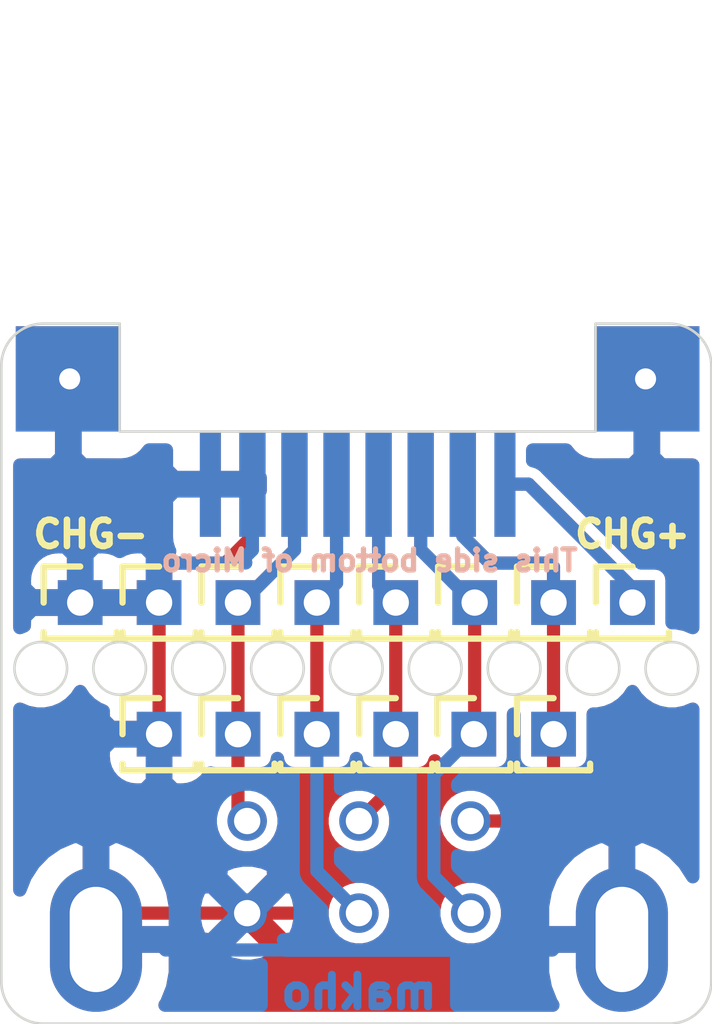
<source format=kicad_pcb>
(kicad_pcb (version 20171130) (host pcbnew "(5.1.5)-2")

  (general
    (thickness 1.6)
    (drawings 25)
    (tracks 88)
    (zones 0)
    (modules 16)
    (nets 8)
  )

  (page A4)
  (layers
    (0 F.Cu signal)
    (31 B.Cu signal)
    (32 B.Adhes user)
    (33 F.Adhes user)
    (34 B.Paste user)
    (35 F.Paste user)
    (36 B.SilkS user)
    (37 F.SilkS user)
    (38 B.Mask user)
    (39 F.Mask user)
    (40 Dwgs.User user)
    (41 Cmts.User user)
    (42 Eco1.User user)
    (43 Eco2.User user)
    (44 Edge.Cuts user)
    (45 Margin user)
    (46 B.CrtYd user)
    (47 F.CrtYd user)
    (48 B.Fab user)
    (49 F.Fab user)
  )

  (setup
    (last_trace_width 0.25)
    (trace_clearance 0.2)
    (zone_clearance 0.2)
    (zone_45_only no)
    (trace_min 0.2)
    (via_size 0.8)
    (via_drill 0.4)
    (via_min_size 0.4)
    (via_min_drill 0.3)
    (uvia_size 0.3)
    (uvia_drill 0.1)
    (uvias_allowed no)
    (uvia_min_size 0.2)
    (uvia_min_drill 0.1)
    (edge_width 0.05)
    (segment_width 0.2)
    (pcb_text_width 0.3)
    (pcb_text_size 1.5 1.5)
    (mod_edge_width 0.12)
    (mod_text_size 1 1)
    (mod_text_width 0.15)
    (pad_size 0.4 2)
    (pad_drill 0)
    (pad_to_mask_clearance 0.051)
    (solder_mask_min_width 0.25)
    (aux_axis_origin 0 0)
    (visible_elements 7FFFFFFF)
    (pcbplotparams
      (layerselection 0x010fc_ffffffff)
      (usegerberextensions true)
      (usegerberattributes false)
      (usegerberadvancedattributes false)
      (creategerberjobfile false)
      (excludeedgelayer true)
      (linewidth 0.100000)
      (plotframeref false)
      (viasonmask false)
      (mode 1)
      (useauxorigin false)
      (hpglpennumber 1)
      (hpglpenspeed 20)
      (hpglpendiameter 15.000000)
      (psnegative false)
      (psa4output false)
      (plotreference true)
      (plotvalue true)
      (plotinvisibletext false)
      (padsonsilk false)
      (subtractmaskfromsilk false)
      (outputformat 1)
      (mirror false)
      (drillshape 0)
      (scaleselection 1)
      (outputdirectory "gerbers/breakaway/"))
  )

  (net 0 "")
  (net 1 "Net-(EXP1-Pad6)")
  (net 2 "Net-(EXP1-Pad5)")
  (net 3 "Net-(EXP1-Pad4)")
  (net 4 "Net-(EXP1-Pad3)")
  (net 5 "Net-(EXP1-Pad2)")
  (net 6 "Net-(EXP1-Pad1)")
  (net 7 "Net-(EXP1-Pad7)")

  (net_class Default "This is the default net class."
    (clearance 0.2)
    (trace_width 0.25)
    (via_dia 0.8)
    (via_drill 0.4)
    (uvia_dia 0.3)
    (uvia_drill 0.1)
    (add_net "Net-(EXP1-Pad1)")
    (add_net "Net-(EXP1-Pad2)")
    (add_net "Net-(EXP1-Pad3)")
    (add_net "Net-(EXP1-Pad4)")
    (add_net "Net-(EXP1-Pad5)")
    (add_net "Net-(EXP1-Pad6)")
    (add_net "Net-(EXP1-Pad7)")
  )

  (module misc_footprints:OXY_EXP_BACK (layer F.Cu) (tedit 5DFE7486) (tstamp 5DFEB0D9)
    (at 232.275 119.75)
    (path /5DFE724F)
    (fp_text reference EXP1 (at -8.89 -7.62) (layer F.SilkS) hide
      (effects (font (size 1 1) (thickness 0.15)))
    )
    (fp_text value OXY_EXP_BACK (at 0 -6.35) (layer F.Fab)
      (effects (font (size 1 1) (thickness 0.15)))
    )
    (pad 7 smd rect (at 2.8 2) (size 0.4 2) (layers B.Cu B.Paste B.Mask)
      (net 7 "Net-(EXP1-Pad7)"))
    (pad 1 smd rect (at 2 2) (size 0.5 2) (layers B.Cu B.Paste B.Mask)
      (net 6 "Net-(EXP1-Pad1)"))
    (pad 2 smd rect (at 1.2 2) (size 0.5 2) (layers B.Cu B.Paste B.Mask)
      (net 5 "Net-(EXP1-Pad2)"))
    (pad 3 smd rect (at 0.4 2) (size 0.5 2) (layers B.Cu B.Paste B.Mask)
      (net 4 "Net-(EXP1-Pad3)"))
    (pad 4 smd rect (at -0.4 2) (size 0.5 2) (layers B.Cu B.Paste B.Mask)
      (net 3 "Net-(EXP1-Pad4)"))
    (pad 5 smd rect (at -1.2 2) (size 0.5 2) (layers B.Cu B.Paste B.Mask)
      (net 2 "Net-(EXP1-Pad5)"))
    (pad 6 smd rect (at -2 2) (size 0.5 2) (layers B.Cu B.Paste B.Mask)
      (net 1 "Net-(EXP1-Pad6)"))
    (pad 6 smd rect (at 5.5 0) (size 2 2) (layers B.Cu B.Paste B.Mask)
      (net 1 "Net-(EXP1-Pad6)"))
    (pad 6 smd rect (at -5.5 0) (size 2 2) (layers B.Cu B.Paste B.Mask)
      (net 1 "Net-(EXP1-Pad6)"))
    (pad 8 smd rect (at -2.8 2) (size 0.4 2) (layers B.Cu B.Paste B.Mask)
      (net 1 "Net-(EXP1-Pad6)"))
    (pad 6 smd rect (at 5.5 0) (size 2 2) (layers F.Cu F.Paste F.Mask)
      (net 1 "Net-(EXP1-Pad6)"))
    (pad 6 smd rect (at -5.5 0) (size 2 2) (layers F.Cu F.Paste F.Mask)
      (net 1 "Net-(EXP1-Pad6)"))
    (pad 7 smd rect (at 2.8 2) (size 0.4 2) (layers F.Cu F.Paste F.Mask)
      (net 7 "Net-(EXP1-Pad7)"))
    (pad 1 smd rect (at 2 2) (size 0.5 2) (layers F.Cu F.Paste F.Mask)
      (net 6 "Net-(EXP1-Pad1)"))
    (pad 2 smd rect (at 1.2 2) (size 0.5 2) (layers F.Cu F.Paste F.Mask)
      (net 5 "Net-(EXP1-Pad2)"))
    (pad 3 smd rect (at 0.4 2) (size 0.5 2) (layers F.Cu F.Paste F.Mask)
      (net 4 "Net-(EXP1-Pad3)"))
    (pad 4 smd rect (at -0.4 2) (size 0.5 2) (layers F.Cu F.Paste F.Mask)
      (net 3 "Net-(EXP1-Pad4)"))
    (pad 5 smd rect (at -1.2 2) (size 0.5 2) (layers F.Cu F.Paste F.Mask)
      (net 2 "Net-(EXP1-Pad5)"))
    (pad 6 smd rect (at -2 2) (size 0.5 2) (layers F.Cu F.Paste F.Mask)
      (net 1 "Net-(EXP1-Pad6)"))
    (pad 8 smd rect (at -2.8 2) (size 0.4 2) (layers F.Cu F.Paste F.Mask)
      (net 1 "Net-(EXP1-Pad6)"))
  )

  (module misc_footprints:AGB_EXP (layer F.Cu) (tedit 5DFE6AAF) (tstamp 5DFEB0E5)
    (at 232.3 128.15)
    (path /5DFE6ABC)
    (fp_text reference EXP2 (at 0 -2.54) (layer F.SilkS) hide
      (effects (font (size 1 1) (thickness 0.15)))
    )
    (fp_text value AGB_EXP (at 0 -1.27) (layer F.Fab)
      (effects (font (size 1 1) (thickness 0.15)))
    )
    (pad 6 thru_hole oval (at 5 2.25) (size 1.75 2.75) (drill oval 1 2) (layers *.Cu *.Mask)
      (net 1 "Net-(EXP1-Pad6)"))
    (pad 6 thru_hole oval (at -5 2.25) (size 1.75 2.75) (drill oval 1 2) (layers *.Cu *.Mask)
      (net 1 "Net-(EXP1-Pad6)"))
    (pad 2 thru_hole circle (at 2.125 1.75) (size 0.75 0.75) (drill 0.5) (layers *.Cu *.Mask)
      (net 5 "Net-(EXP1-Pad2)"))
    (pad 4 thru_hole circle (at 0 1.75) (size 0.75 0.75) (drill 0.5) (layers *.Cu *.Mask)
      (net 3 "Net-(EXP1-Pad4)"))
    (pad 6 thru_hole circle (at -2.125 1.75) (size 0.75 0.75) (drill 0.5) (layers *.Cu *.Mask)
      (net 1 "Net-(EXP1-Pad6)"))
    (pad 1 thru_hole circle (at 2.125 0) (size 0.75 0.75) (drill 0.5) (layers *.Cu *.Mask)
      (net 6 "Net-(EXP1-Pad1)"))
    (pad 3 thru_hole circle (at 0 0) (size 0.75 0.75) (drill 0.5) (layers *.Cu *.Mask)
      (net 4 "Net-(EXP1-Pad3)"))
    (pad 5 thru_hole circle (at -2.125 0) (size 0.75 0.75) (drill 0.5) (layers *.Cu *.Mask)
      (net 2 "Net-(EXP1-Pad5)"))
  )

  (module Connector_PinHeader_1.00mm:PinHeader_1x01_P1.00mm_Vertical (layer F.Cu) (tedit 59FED738) (tstamp 5DFEB625)
    (at 236 124)
    (descr "Through hole straight pin header, 1x01, 1.00mm pitch, single row")
    (tags "Through hole pin header THT 1x01 1.00mm single row")
    (path /5DFEC28A)
    (fp_text reference J1 (at 0 -1.56) (layer F.SilkS) hide
      (effects (font (size 1 1) (thickness 0.15)))
    )
    (fp_text value Conn_01x01_Male (at 0 1.56) (layer F.Fab) hide
      (effects (font (size 1 1) (thickness 0.15)))
    )
    (fp_line (start -0.3175 -0.5) (end 0.635 -0.5) (layer F.Fab) (width 0.1))
    (fp_line (start 0.635 -0.5) (end 0.635 0.5) (layer F.Fab) (width 0.1))
    (fp_line (start 0.635 0.5) (end -0.635 0.5) (layer F.Fab) (width 0.1))
    (fp_line (start -0.635 0.5) (end -0.635 -0.1825) (layer F.Fab) (width 0.1))
    (fp_line (start -0.635 -0.1825) (end -0.3175 -0.5) (layer F.Fab) (width 0.1))
    (fp_line (start -0.695 0.685) (end 0.695 0.685) (layer F.SilkS) (width 0.12))
    (fp_line (start -0.695 0.685) (end -0.695 0.56) (layer F.SilkS) (width 0.12))
    (fp_line (start 0.695 0.685) (end 0.695 0.56) (layer F.SilkS) (width 0.12))
    (fp_line (start -0.695 0.685) (end -0.608276 0.685) (layer F.SilkS) (width 0.12))
    (fp_line (start 0.608276 0.685) (end 0.695 0.685) (layer F.SilkS) (width 0.12))
    (fp_line (start -0.695 0) (end -0.695 -0.685) (layer F.SilkS) (width 0.12))
    (fp_line (start -0.695 -0.685) (end 0 -0.685) (layer F.SilkS) (width 0.12))
    (fp_line (start -1.15 -1) (end -1.15 1) (layer F.CrtYd) (width 0.05))
    (fp_line (start -1.15 1) (end 1.15 1) (layer F.CrtYd) (width 0.05))
    (fp_line (start 1.15 1) (end 1.15 -1) (layer F.CrtYd) (width 0.05))
    (fp_line (start 1.15 -1) (end -1.15 -1) (layer F.CrtYd) (width 0.05))
    (fp_text user %R (at 0 0 90) (layer F.Fab)
      (effects (font (size 0.76 0.76) (thickness 0.114)))
    )
    (pad 1 thru_hole rect (at 0 0) (size 0.85 0.85) (drill 0.5) (layers *.Cu *.Mask)
      (net 6 "Net-(EXP1-Pad1)"))
    (model ${KISYS3DMOD}/Connector_PinHeader_1.00mm.3dshapes/PinHeader_1x01_P1.00mm_Vertical.wrl
      (at (xyz 0 0 0))
      (scale (xyz 1 1 1))
      (rotate (xyz 0 0 0))
    )
  )

  (module Connector_PinHeader_1.00mm:PinHeader_1x01_P1.00mm_Vertical (layer F.Cu) (tedit 59FED738) (tstamp 5DFEBE58)
    (at 233 124)
    (descr "Through hole straight pin header, 1x01, 1.00mm pitch, single row")
    (tags "Through hole pin header THT 1x01 1.00mm single row")
    (path /5DFECE6A)
    (fp_text reference J2 (at 0 -1.56) (layer F.SilkS) hide
      (effects (font (size 1 1) (thickness 0.15)))
    )
    (fp_text value Conn_01x01_Male (at 0 1.56) (layer F.Fab) hide
      (effects (font (size 1 1) (thickness 0.15)))
    )
    (fp_text user %R (at 0 0 90) (layer F.Fab)
      (effects (font (size 0.76 0.76) (thickness 0.114)))
    )
    (fp_line (start 1.15 -1) (end -1.15 -1) (layer F.CrtYd) (width 0.05))
    (fp_line (start 1.15 1) (end 1.15 -1) (layer F.CrtYd) (width 0.05))
    (fp_line (start -1.15 1) (end 1.15 1) (layer F.CrtYd) (width 0.05))
    (fp_line (start -1.15 -1) (end -1.15 1) (layer F.CrtYd) (width 0.05))
    (fp_line (start -0.695 -0.685) (end 0 -0.685) (layer F.SilkS) (width 0.12))
    (fp_line (start -0.695 0) (end -0.695 -0.685) (layer F.SilkS) (width 0.12))
    (fp_line (start 0.608276 0.685) (end 0.695 0.685) (layer F.SilkS) (width 0.12))
    (fp_line (start -0.695 0.685) (end -0.608276 0.685) (layer F.SilkS) (width 0.12))
    (fp_line (start 0.695 0.685) (end 0.695 0.56) (layer F.SilkS) (width 0.12))
    (fp_line (start -0.695 0.685) (end -0.695 0.56) (layer F.SilkS) (width 0.12))
    (fp_line (start -0.695 0.685) (end 0.695 0.685) (layer F.SilkS) (width 0.12))
    (fp_line (start -0.635 -0.1825) (end -0.3175 -0.5) (layer F.Fab) (width 0.1))
    (fp_line (start -0.635 0.5) (end -0.635 -0.1825) (layer F.Fab) (width 0.1))
    (fp_line (start 0.635 0.5) (end -0.635 0.5) (layer F.Fab) (width 0.1))
    (fp_line (start 0.635 -0.5) (end 0.635 0.5) (layer F.Fab) (width 0.1))
    (fp_line (start -0.3175 -0.5) (end 0.635 -0.5) (layer F.Fab) (width 0.1))
    (pad 1 thru_hole rect (at 0 0) (size 0.85 0.85) (drill 0.5) (layers *.Cu *.Mask)
      (net 4 "Net-(EXP1-Pad3)"))
    (model ${KISYS3DMOD}/Connector_PinHeader_1.00mm.3dshapes/PinHeader_1x01_P1.00mm_Vertical.wrl
      (at (xyz 0 0 0))
      (scale (xyz 1 1 1))
      (rotate (xyz 0 0 0))
    )
  )

  (module Connector_PinHeader_1.00mm:PinHeader_1x01_P1.00mm_Vertical (layer F.Cu) (tedit 59FED738) (tstamp 5DFEB64F)
    (at 230 124)
    (descr "Through hole straight pin header, 1x01, 1.00mm pitch, single row")
    (tags "Through hole pin header THT 1x01 1.00mm single row")
    (path /5DFED216)
    (fp_text reference J3 (at 0 -1.56) (layer F.SilkS) hide
      (effects (font (size 1 1) (thickness 0.15)))
    )
    (fp_text value Conn_01x01_Male (at 0 1.56) (layer F.Fab) hide
      (effects (font (size 1 1) (thickness 0.15)))
    )
    (fp_line (start -0.3175 -0.5) (end 0.635 -0.5) (layer F.Fab) (width 0.1))
    (fp_line (start 0.635 -0.5) (end 0.635 0.5) (layer F.Fab) (width 0.1))
    (fp_line (start 0.635 0.5) (end -0.635 0.5) (layer F.Fab) (width 0.1))
    (fp_line (start -0.635 0.5) (end -0.635 -0.1825) (layer F.Fab) (width 0.1))
    (fp_line (start -0.635 -0.1825) (end -0.3175 -0.5) (layer F.Fab) (width 0.1))
    (fp_line (start -0.695 0.685) (end 0.695 0.685) (layer F.SilkS) (width 0.12))
    (fp_line (start -0.695 0.685) (end -0.695 0.56) (layer F.SilkS) (width 0.12))
    (fp_line (start 0.695 0.685) (end 0.695 0.56) (layer F.SilkS) (width 0.12))
    (fp_line (start -0.695 0.685) (end -0.608276 0.685) (layer F.SilkS) (width 0.12))
    (fp_line (start 0.608276 0.685) (end 0.695 0.685) (layer F.SilkS) (width 0.12))
    (fp_line (start -0.695 0) (end -0.695 -0.685) (layer F.SilkS) (width 0.12))
    (fp_line (start -0.695 -0.685) (end 0 -0.685) (layer F.SilkS) (width 0.12))
    (fp_line (start -1.15 -1) (end -1.15 1) (layer F.CrtYd) (width 0.05))
    (fp_line (start -1.15 1) (end 1.15 1) (layer F.CrtYd) (width 0.05))
    (fp_line (start 1.15 1) (end 1.15 -1) (layer F.CrtYd) (width 0.05))
    (fp_line (start 1.15 -1) (end -1.15 -1) (layer F.CrtYd) (width 0.05))
    (fp_text user %R (at 0 0 90) (layer F.Fab)
      (effects (font (size 0.76 0.76) (thickness 0.114)))
    )
    (pad 1 thru_hole rect (at 0 0) (size 0.85 0.85) (drill 0.5) (layers *.Cu *.Mask)
      (net 2 "Net-(EXP1-Pad5)"))
    (model ${KISYS3DMOD}/Connector_PinHeader_1.00mm.3dshapes/PinHeader_1x01_P1.00mm_Vertical.wrl
      (at (xyz 0 0 0))
      (scale (xyz 1 1 1))
      (rotate (xyz 0 0 0))
    )
  )

  (module Connector_PinHeader_1.00mm:PinHeader_1x01_P1.00mm_Vertical (layer F.Cu) (tedit 59FED738) (tstamp 5DFEB664)
    (at 236 126.5)
    (descr "Through hole straight pin header, 1x01, 1.00mm pitch, single row")
    (tags "Through hole pin header THT 1x01 1.00mm single row")
    (path /5DFF0583)
    (fp_text reference J4 (at 0 -1.56) (layer F.SilkS) hide
      (effects (font (size 1 1) (thickness 0.15)))
    )
    (fp_text value Conn_01x01_Male (at 0 1.56) (layer F.Fab) hide
      (effects (font (size 1 1) (thickness 0.15)))
    )
    (fp_text user %R (at 0 0 90) (layer F.Fab)
      (effects (font (size 0.76 0.76) (thickness 0.114)))
    )
    (fp_line (start 1.15 -1) (end -1.15 -1) (layer F.CrtYd) (width 0.05))
    (fp_line (start 1.15 1) (end 1.15 -1) (layer F.CrtYd) (width 0.05))
    (fp_line (start -1.15 1) (end 1.15 1) (layer F.CrtYd) (width 0.05))
    (fp_line (start -1.15 -1) (end -1.15 1) (layer F.CrtYd) (width 0.05))
    (fp_line (start -0.695 -0.685) (end 0 -0.685) (layer F.SilkS) (width 0.12))
    (fp_line (start -0.695 0) (end -0.695 -0.685) (layer F.SilkS) (width 0.12))
    (fp_line (start 0.608276 0.685) (end 0.695 0.685) (layer F.SilkS) (width 0.12))
    (fp_line (start -0.695 0.685) (end -0.608276 0.685) (layer F.SilkS) (width 0.12))
    (fp_line (start 0.695 0.685) (end 0.695 0.56) (layer F.SilkS) (width 0.12))
    (fp_line (start -0.695 0.685) (end -0.695 0.56) (layer F.SilkS) (width 0.12))
    (fp_line (start -0.695 0.685) (end 0.695 0.685) (layer F.SilkS) (width 0.12))
    (fp_line (start -0.635 -0.1825) (end -0.3175 -0.5) (layer F.Fab) (width 0.1))
    (fp_line (start -0.635 0.5) (end -0.635 -0.1825) (layer F.Fab) (width 0.1))
    (fp_line (start 0.635 0.5) (end -0.635 0.5) (layer F.Fab) (width 0.1))
    (fp_line (start 0.635 -0.5) (end 0.635 0.5) (layer F.Fab) (width 0.1))
    (fp_line (start -0.3175 -0.5) (end 0.635 -0.5) (layer F.Fab) (width 0.1))
    (pad 1 thru_hole rect (at 0 0) (size 0.85 0.85) (drill 0.5) (layers *.Cu *.Mask)
      (net 6 "Net-(EXP1-Pad1)"))
    (model ${KISYS3DMOD}/Connector_PinHeader_1.00mm.3dshapes/PinHeader_1x01_P1.00mm_Vertical.wrl
      (at (xyz 0 0 0))
      (scale (xyz 1 1 1))
      (rotate (xyz 0 0 0))
    )
  )

  (module Connector_PinHeader_1.00mm:PinHeader_1x01_P1.00mm_Vertical (layer F.Cu) (tedit 59FED738) (tstamp 5DFEB983)
    (at 234.5 124)
    (descr "Through hole straight pin header, 1x01, 1.00mm pitch, single row")
    (tags "Through hole pin header THT 1x01 1.00mm single row")
    (path /5DFF0402)
    (fp_text reference J5 (at 0 -1.56) (layer F.SilkS) hide
      (effects (font (size 1 1) (thickness 0.15)))
    )
    (fp_text value Conn_01x01_Male (at 0 1.56) (layer F.Fab) hide
      (effects (font (size 1 1) (thickness 0.15)))
    )
    (fp_line (start -0.3175 -0.5) (end 0.635 -0.5) (layer F.Fab) (width 0.1))
    (fp_line (start 0.635 -0.5) (end 0.635 0.5) (layer F.Fab) (width 0.1))
    (fp_line (start 0.635 0.5) (end -0.635 0.5) (layer F.Fab) (width 0.1))
    (fp_line (start -0.635 0.5) (end -0.635 -0.1825) (layer F.Fab) (width 0.1))
    (fp_line (start -0.635 -0.1825) (end -0.3175 -0.5) (layer F.Fab) (width 0.1))
    (fp_line (start -0.695 0.685) (end 0.695 0.685) (layer F.SilkS) (width 0.12))
    (fp_line (start -0.695 0.685) (end -0.695 0.56) (layer F.SilkS) (width 0.12))
    (fp_line (start 0.695 0.685) (end 0.695 0.56) (layer F.SilkS) (width 0.12))
    (fp_line (start -0.695 0.685) (end -0.608276 0.685) (layer F.SilkS) (width 0.12))
    (fp_line (start 0.608276 0.685) (end 0.695 0.685) (layer F.SilkS) (width 0.12))
    (fp_line (start -0.695 0) (end -0.695 -0.685) (layer F.SilkS) (width 0.12))
    (fp_line (start -0.695 -0.685) (end 0 -0.685) (layer F.SilkS) (width 0.12))
    (fp_line (start -1.15 -1) (end -1.15 1) (layer F.CrtYd) (width 0.05))
    (fp_line (start -1.15 1) (end 1.15 1) (layer F.CrtYd) (width 0.05))
    (fp_line (start 1.15 1) (end 1.15 -1) (layer F.CrtYd) (width 0.05))
    (fp_line (start 1.15 -1) (end -1.15 -1) (layer F.CrtYd) (width 0.05))
    (fp_text user %R (at 0 0 90) (layer F.Fab)
      (effects (font (size 0.76 0.76) (thickness 0.114)))
    )
    (pad 1 thru_hole rect (at 0 0) (size 0.85 0.85) (drill 0.5) (layers *.Cu *.Mask)
      (net 5 "Net-(EXP1-Pad2)"))
    (model ${KISYS3DMOD}/Connector_PinHeader_1.00mm.3dshapes/PinHeader_1x01_P1.00mm_Vertical.wrl
      (at (xyz 0 0 0))
      (scale (xyz 1 1 1))
      (rotate (xyz 0 0 0))
    )
  )

  (module Connector_PinHeader_1.00mm:PinHeader_1x01_P1.00mm_Vertical (layer F.Cu) (tedit 59FED738) (tstamp 5DFEB68E)
    (at 233 126.5)
    (descr "Through hole straight pin header, 1x01, 1.00mm pitch, single row")
    (tags "Through hole pin header THT 1x01 1.00mm single row")
    (path /5DFF01BF)
    (fp_text reference J6 (at 0 -1.56) (layer F.SilkS) hide
      (effects (font (size 1 1) (thickness 0.15)))
    )
    (fp_text value Conn_01x01_Male (at 0 1.56) (layer F.Fab) hide
      (effects (font (size 1 1) (thickness 0.15)))
    )
    (fp_text user %R (at 0 0 90) (layer F.Fab)
      (effects (font (size 0.76 0.76) (thickness 0.114)))
    )
    (fp_line (start 1.15 -1) (end -1.15 -1) (layer F.CrtYd) (width 0.05))
    (fp_line (start 1.15 1) (end 1.15 -1) (layer F.CrtYd) (width 0.05))
    (fp_line (start -1.15 1) (end 1.15 1) (layer F.CrtYd) (width 0.05))
    (fp_line (start -1.15 -1) (end -1.15 1) (layer F.CrtYd) (width 0.05))
    (fp_line (start -0.695 -0.685) (end 0 -0.685) (layer F.SilkS) (width 0.12))
    (fp_line (start -0.695 0) (end -0.695 -0.685) (layer F.SilkS) (width 0.12))
    (fp_line (start 0.608276 0.685) (end 0.695 0.685) (layer F.SilkS) (width 0.12))
    (fp_line (start -0.695 0.685) (end -0.608276 0.685) (layer F.SilkS) (width 0.12))
    (fp_line (start 0.695 0.685) (end 0.695 0.56) (layer F.SilkS) (width 0.12))
    (fp_line (start -0.695 0.685) (end -0.695 0.56) (layer F.SilkS) (width 0.12))
    (fp_line (start -0.695 0.685) (end 0.695 0.685) (layer F.SilkS) (width 0.12))
    (fp_line (start -0.635 -0.1825) (end -0.3175 -0.5) (layer F.Fab) (width 0.1))
    (fp_line (start -0.635 0.5) (end -0.635 -0.1825) (layer F.Fab) (width 0.1))
    (fp_line (start 0.635 0.5) (end -0.635 0.5) (layer F.Fab) (width 0.1))
    (fp_line (start 0.635 -0.5) (end 0.635 0.5) (layer F.Fab) (width 0.1))
    (fp_line (start -0.3175 -0.5) (end 0.635 -0.5) (layer F.Fab) (width 0.1))
    (pad 1 thru_hole rect (at 0 0) (size 0.85 0.85) (drill 0.5) (layers *.Cu *.Mask)
      (net 4 "Net-(EXP1-Pad3)"))
    (model ${KISYS3DMOD}/Connector_PinHeader_1.00mm.3dshapes/PinHeader_1x01_P1.00mm_Vertical.wrl
      (at (xyz 0 0 0))
      (scale (xyz 1 1 1))
      (rotate (xyz 0 0 0))
    )
  )

  (module Connector_PinHeader_1.00mm:PinHeader_1x01_P1.00mm_Vertical (layer F.Cu) (tedit 59FED738) (tstamp 5DFEB6A3)
    (at 237.5 124)
    (descr "Through hole straight pin header, 1x01, 1.00mm pitch, single row")
    (tags "Through hole pin header THT 1x01 1.00mm single row")
    (path /5DFF0700)
    (fp_text reference J7 (at 0 -1.56) (layer F.SilkS) hide
      (effects (font (size 1 1) (thickness 0.15)))
    )
    (fp_text value Conn_01x01_Male (at 0 1.56) (layer F.Fab) hide
      (effects (font (size 1 1) (thickness 0.15)))
    )
    (fp_line (start -0.3175 -0.5) (end 0.635 -0.5) (layer F.Fab) (width 0.1))
    (fp_line (start 0.635 -0.5) (end 0.635 0.5) (layer F.Fab) (width 0.1))
    (fp_line (start 0.635 0.5) (end -0.635 0.5) (layer F.Fab) (width 0.1))
    (fp_line (start -0.635 0.5) (end -0.635 -0.1825) (layer F.Fab) (width 0.1))
    (fp_line (start -0.635 -0.1825) (end -0.3175 -0.5) (layer F.Fab) (width 0.1))
    (fp_line (start -0.695 0.685) (end 0.695 0.685) (layer F.SilkS) (width 0.12))
    (fp_line (start -0.695 0.685) (end -0.695 0.56) (layer F.SilkS) (width 0.12))
    (fp_line (start 0.695 0.685) (end 0.695 0.56) (layer F.SilkS) (width 0.12))
    (fp_line (start -0.695 0.685) (end -0.608276 0.685) (layer F.SilkS) (width 0.12))
    (fp_line (start 0.608276 0.685) (end 0.695 0.685) (layer F.SilkS) (width 0.12))
    (fp_line (start -0.695 0) (end -0.695 -0.685) (layer F.SilkS) (width 0.12))
    (fp_line (start -0.695 -0.685) (end 0 -0.685) (layer F.SilkS) (width 0.12))
    (fp_line (start -1.15 -1) (end -1.15 1) (layer F.CrtYd) (width 0.05))
    (fp_line (start -1.15 1) (end 1.15 1) (layer F.CrtYd) (width 0.05))
    (fp_line (start 1.15 1) (end 1.15 -1) (layer F.CrtYd) (width 0.05))
    (fp_line (start 1.15 -1) (end -1.15 -1) (layer F.CrtYd) (width 0.05))
    (fp_text user %R (at 0 0 90) (layer F.Fab)
      (effects (font (size 0.76 0.76) (thickness 0.114)))
    )
    (pad 1 thru_hole rect (at 0 0) (size 0.85 0.85) (drill 0.5) (layers *.Cu *.Mask)
      (net 7 "Net-(EXP1-Pad7)"))
    (model ${KISYS3DMOD}/Connector_PinHeader_1.00mm.3dshapes/PinHeader_1x01_P1.00mm_Vertical.wrl
      (at (xyz 0 0 0))
      (scale (xyz 1 1 1))
      (rotate (xyz 0 0 0))
    )
  )

  (module Connector_PinHeader_1.00mm:PinHeader_1x01_P1.00mm_Vertical (layer F.Cu) (tedit 59FED738) (tstamp 5DFEB6B8)
    (at 231.5 124)
    (descr "Through hole straight pin header, 1x01, 1.00mm pitch, single row")
    (tags "Through hole pin header THT 1x01 1.00mm single row")
    (path /5DFF000F)
    (fp_text reference J8 (at 0 -1.56) (layer F.SilkS) hide
      (effects (font (size 1 1) (thickness 0.15)))
    )
    (fp_text value Conn_01x01_Male (at 0 1.56) (layer F.Fab) hide
      (effects (font (size 1 1) (thickness 0.15)))
    )
    (fp_line (start -0.3175 -0.5) (end 0.635 -0.5) (layer F.Fab) (width 0.1))
    (fp_line (start 0.635 -0.5) (end 0.635 0.5) (layer F.Fab) (width 0.1))
    (fp_line (start 0.635 0.5) (end -0.635 0.5) (layer F.Fab) (width 0.1))
    (fp_line (start -0.635 0.5) (end -0.635 -0.1825) (layer F.Fab) (width 0.1))
    (fp_line (start -0.635 -0.1825) (end -0.3175 -0.5) (layer F.Fab) (width 0.1))
    (fp_line (start -0.695 0.685) (end 0.695 0.685) (layer F.SilkS) (width 0.12))
    (fp_line (start -0.695 0.685) (end -0.695 0.56) (layer F.SilkS) (width 0.12))
    (fp_line (start 0.695 0.685) (end 0.695 0.56) (layer F.SilkS) (width 0.12))
    (fp_line (start -0.695 0.685) (end -0.608276 0.685) (layer F.SilkS) (width 0.12))
    (fp_line (start 0.608276 0.685) (end 0.695 0.685) (layer F.SilkS) (width 0.12))
    (fp_line (start -0.695 0) (end -0.695 -0.685) (layer F.SilkS) (width 0.12))
    (fp_line (start -0.695 -0.685) (end 0 -0.685) (layer F.SilkS) (width 0.12))
    (fp_line (start -1.15 -1) (end -1.15 1) (layer F.CrtYd) (width 0.05))
    (fp_line (start -1.15 1) (end 1.15 1) (layer F.CrtYd) (width 0.05))
    (fp_line (start 1.15 1) (end 1.15 -1) (layer F.CrtYd) (width 0.05))
    (fp_line (start 1.15 -1) (end -1.15 -1) (layer F.CrtYd) (width 0.05))
    (fp_text user %R (at 0 0 90) (layer F.Fab)
      (effects (font (size 0.76 0.76) (thickness 0.114)))
    )
    (pad 1 thru_hole rect (at 0 0) (size 0.85 0.85) (drill 0.5) (layers *.Cu *.Mask)
      (net 3 "Net-(EXP1-Pad4)"))
    (model ${KISYS3DMOD}/Connector_PinHeader_1.00mm.3dshapes/PinHeader_1x01_P1.00mm_Vertical.wrl
      (at (xyz 0 0 0))
      (scale (xyz 1 1 1))
      (rotate (xyz 0 0 0))
    )
  )

  (module Connector_PinHeader_1.00mm:PinHeader_1x01_P1.00mm_Vertical (layer F.Cu) (tedit 5DFE747E) (tstamp 5DFEB6CD)
    (at 227 124)
    (descr "Through hole straight pin header, 1x01, 1.00mm pitch, single row")
    (tags "Through hole pin header THT 1x01 1.00mm single row")
    (path /5DFF1196)
    (fp_text reference J9 (at 0 -1.56) (layer F.SilkS) hide
      (effects (font (size 1 1) (thickness 0.15)))
    )
    (fp_text value Conn_01x01_Male (at 0 1.56) (layer F.Fab) hide
      (effects (font (size 1 1) (thickness 0.15)))
    )
    (fp_text user %R (at 0 0 90) (layer F.Fab)
      (effects (font (size 0.76 0.76) (thickness 0.114)))
    )
    (fp_line (start 1.15 -1) (end -1.15 -1) (layer F.CrtYd) (width 0.05))
    (fp_line (start 1.15 1) (end 1.15 -1) (layer F.CrtYd) (width 0.05))
    (fp_line (start -1.15 1) (end 1.15 1) (layer F.CrtYd) (width 0.05))
    (fp_line (start -1.15 -1) (end -1.15 1) (layer F.CrtYd) (width 0.05))
    (fp_line (start -0.695 -0.685) (end 0 -0.685) (layer F.SilkS) (width 0.12))
    (fp_line (start -0.695 0) (end -0.695 -0.685) (layer F.SilkS) (width 0.12))
    (fp_line (start 0.608276 0.685) (end 0.695 0.685) (layer F.SilkS) (width 0.12))
    (fp_line (start -0.695 0.685) (end -0.608276 0.685) (layer F.SilkS) (width 0.12))
    (fp_line (start 0.695 0.685) (end 0.695 0.56) (layer F.SilkS) (width 0.12))
    (fp_line (start -0.695 0.685) (end -0.695 0.56) (layer F.SilkS) (width 0.12))
    (fp_line (start -0.695 0.685) (end 0.695 0.685) (layer F.SilkS) (width 0.12))
    (fp_line (start -0.635 -0.1825) (end -0.3175 -0.5) (layer F.Fab) (width 0.1))
    (fp_line (start -0.635 0.5) (end -0.635 -0.1825) (layer F.Fab) (width 0.1))
    (fp_line (start 0.635 0.5) (end -0.635 0.5) (layer F.Fab) (width 0.1))
    (fp_line (start 0.635 -0.5) (end 0.635 0.5) (layer F.Fab) (width 0.1))
    (fp_line (start -0.3175 -0.5) (end 0.635 -0.5) (layer F.Fab) (width 0.1))
    (pad 1 thru_hole rect (at 0 0) (size 0.85 0.85) (drill 0.5) (layers *.Cu *.Mask)
      (net 1 "Net-(EXP1-Pad6)"))
    (model ${KISYS3DMOD}/Connector_PinHeader_1.00mm.3dshapes/PinHeader_1x01_P1.00mm_Vertical.wrl
      (at (xyz 0 0 0))
      (scale (xyz 1 1 1))
      (rotate (xyz 0 0 0))
    )
  )

  (module Connector_PinHeader_1.00mm:PinHeader_1x01_P1.00mm_Vertical (layer F.Cu) (tedit 59FED738) (tstamp 5DFEB6E2)
    (at 230 126.5)
    (descr "Through hole straight pin header, 1x01, 1.00mm pitch, single row")
    (tags "Through hole pin header THT 1x01 1.00mm single row")
    (path /5DFEFE66)
    (fp_text reference J10 (at 0 -1.56) (layer F.SilkS) hide
      (effects (font (size 1 1) (thickness 0.15)))
    )
    (fp_text value Conn_01x01_Male (at 0 1.56) (layer F.Fab) hide
      (effects (font (size 1 1) (thickness 0.15)))
    )
    (fp_text user %R (at 0 0 90) (layer F.Fab)
      (effects (font (size 0.76 0.76) (thickness 0.114)))
    )
    (fp_line (start 1.15 -1) (end -1.15 -1) (layer F.CrtYd) (width 0.05))
    (fp_line (start 1.15 1) (end 1.15 -1) (layer F.CrtYd) (width 0.05))
    (fp_line (start -1.15 1) (end 1.15 1) (layer F.CrtYd) (width 0.05))
    (fp_line (start -1.15 -1) (end -1.15 1) (layer F.CrtYd) (width 0.05))
    (fp_line (start -0.695 -0.685) (end 0 -0.685) (layer F.SilkS) (width 0.12))
    (fp_line (start -0.695 0) (end -0.695 -0.685) (layer F.SilkS) (width 0.12))
    (fp_line (start 0.608276 0.685) (end 0.695 0.685) (layer F.SilkS) (width 0.12))
    (fp_line (start -0.695 0.685) (end -0.608276 0.685) (layer F.SilkS) (width 0.12))
    (fp_line (start 0.695 0.685) (end 0.695 0.56) (layer F.SilkS) (width 0.12))
    (fp_line (start -0.695 0.685) (end -0.695 0.56) (layer F.SilkS) (width 0.12))
    (fp_line (start -0.695 0.685) (end 0.695 0.685) (layer F.SilkS) (width 0.12))
    (fp_line (start -0.635 -0.1825) (end -0.3175 -0.5) (layer F.Fab) (width 0.1))
    (fp_line (start -0.635 0.5) (end -0.635 -0.1825) (layer F.Fab) (width 0.1))
    (fp_line (start 0.635 0.5) (end -0.635 0.5) (layer F.Fab) (width 0.1))
    (fp_line (start 0.635 -0.5) (end 0.635 0.5) (layer F.Fab) (width 0.1))
    (fp_line (start -0.3175 -0.5) (end 0.635 -0.5) (layer F.Fab) (width 0.1))
    (pad 1 thru_hole rect (at 0 0) (size 0.85 0.85) (drill 0.5) (layers *.Cu *.Mask)
      (net 2 "Net-(EXP1-Pad5)"))
    (model ${KISYS3DMOD}/Connector_PinHeader_1.00mm.3dshapes/PinHeader_1x01_P1.00mm_Vertical.wrl
      (at (xyz 0 0 0))
      (scale (xyz 1 1 1))
      (rotate (xyz 0 0 0))
    )
  )

  (module Connector_PinHeader_1.00mm:PinHeader_1x01_P1.00mm_Vertical (layer F.Cu) (tedit 59FED738) (tstamp 5DFEB6F7)
    (at 228.5 124)
    (descr "Through hole straight pin header, 1x01, 1.00mm pitch, single row")
    (tags "Through hole pin header THT 1x01 1.00mm single row")
    (path /5DFEF382)
    (fp_text reference J11 (at 0 -1.56) (layer F.SilkS) hide
      (effects (font (size 1 1) (thickness 0.15)))
    )
    (fp_text value Conn_01x01_Male (at 0 1.56) (layer F.Fab) hide
      (effects (font (size 1 1) (thickness 0.15)))
    )
    (fp_line (start -0.3175 -0.5) (end 0.635 -0.5) (layer F.Fab) (width 0.1))
    (fp_line (start 0.635 -0.5) (end 0.635 0.5) (layer F.Fab) (width 0.1))
    (fp_line (start 0.635 0.5) (end -0.635 0.5) (layer F.Fab) (width 0.1))
    (fp_line (start -0.635 0.5) (end -0.635 -0.1825) (layer F.Fab) (width 0.1))
    (fp_line (start -0.635 -0.1825) (end -0.3175 -0.5) (layer F.Fab) (width 0.1))
    (fp_line (start -0.695 0.685) (end 0.695 0.685) (layer F.SilkS) (width 0.12))
    (fp_line (start -0.695 0.685) (end -0.695 0.56) (layer F.SilkS) (width 0.12))
    (fp_line (start 0.695 0.685) (end 0.695 0.56) (layer F.SilkS) (width 0.12))
    (fp_line (start -0.695 0.685) (end -0.608276 0.685) (layer F.SilkS) (width 0.12))
    (fp_line (start 0.608276 0.685) (end 0.695 0.685) (layer F.SilkS) (width 0.12))
    (fp_line (start -0.695 0) (end -0.695 -0.685) (layer F.SilkS) (width 0.12))
    (fp_line (start -0.695 -0.685) (end 0 -0.685) (layer F.SilkS) (width 0.12))
    (fp_line (start -1.15 -1) (end -1.15 1) (layer F.CrtYd) (width 0.05))
    (fp_line (start -1.15 1) (end 1.15 1) (layer F.CrtYd) (width 0.05))
    (fp_line (start 1.15 1) (end 1.15 -1) (layer F.CrtYd) (width 0.05))
    (fp_line (start 1.15 -1) (end -1.15 -1) (layer F.CrtYd) (width 0.05))
    (fp_text user %R (at 0 0 90) (layer F.Fab)
      (effects (font (size 0.76 0.76) (thickness 0.114)))
    )
    (pad 1 thru_hole rect (at 0 0) (size 0.85 0.85) (drill 0.5) (layers *.Cu *.Mask)
      (net 1 "Net-(EXP1-Pad6)"))
    (model ${KISYS3DMOD}/Connector_PinHeader_1.00mm.3dshapes/PinHeader_1x01_P1.00mm_Vertical.wrl
      (at (xyz 0 0 0))
      (scale (xyz 1 1 1))
      (rotate (xyz 0 0 0))
    )
  )

  (module Connector_PinHeader_1.00mm:PinHeader_1x01_P1.00mm_Vertical (layer F.Cu) (tedit 59FED738) (tstamp 5DFEC299)
    (at 234.485001 126.5)
    (descr "Through hole straight pin header, 1x01, 1.00mm pitch, single row")
    (tags "Through hole pin header THT 1x01 1.00mm single row")
    (path /5DFED3C1)
    (fp_text reference J12 (at 0 -1.56) (layer F.SilkS) hide
      (effects (font (size 1 1) (thickness 0.15)))
    )
    (fp_text value Conn_01x01_Male (at 0 1.56) (layer F.Fab) hide
      (effects (font (size 1 1) (thickness 0.15)))
    )
    (fp_text user %R (at 0 0 90) (layer F.Fab)
      (effects (font (size 0.76 0.76) (thickness 0.114)))
    )
    (fp_line (start 1.15 -1) (end -1.15 -1) (layer F.CrtYd) (width 0.05))
    (fp_line (start 1.15 1) (end 1.15 -1) (layer F.CrtYd) (width 0.05))
    (fp_line (start -1.15 1) (end 1.15 1) (layer F.CrtYd) (width 0.05))
    (fp_line (start -1.15 -1) (end -1.15 1) (layer F.CrtYd) (width 0.05))
    (fp_line (start -0.695 -0.685) (end 0 -0.685) (layer F.SilkS) (width 0.12))
    (fp_line (start -0.695 0) (end -0.695 -0.685) (layer F.SilkS) (width 0.12))
    (fp_line (start 0.608276 0.685) (end 0.695 0.685) (layer F.SilkS) (width 0.12))
    (fp_line (start -0.695 0.685) (end -0.608276 0.685) (layer F.SilkS) (width 0.12))
    (fp_line (start 0.695 0.685) (end 0.695 0.56) (layer F.SilkS) (width 0.12))
    (fp_line (start -0.695 0.685) (end -0.695 0.56) (layer F.SilkS) (width 0.12))
    (fp_line (start -0.695 0.685) (end 0.695 0.685) (layer F.SilkS) (width 0.12))
    (fp_line (start -0.635 -0.1825) (end -0.3175 -0.5) (layer F.Fab) (width 0.1))
    (fp_line (start -0.635 0.5) (end -0.635 -0.1825) (layer F.Fab) (width 0.1))
    (fp_line (start 0.635 0.5) (end -0.635 0.5) (layer F.Fab) (width 0.1))
    (fp_line (start 0.635 -0.5) (end 0.635 0.5) (layer F.Fab) (width 0.1))
    (fp_line (start -0.3175 -0.5) (end 0.635 -0.5) (layer F.Fab) (width 0.1))
    (pad 1 thru_hole rect (at 0 0) (size 0.85 0.85) (drill 0.5) (layers *.Cu *.Mask)
      (net 5 "Net-(EXP1-Pad2)"))
    (model ${KISYS3DMOD}/Connector_PinHeader_1.00mm.3dshapes/PinHeader_1x01_P1.00mm_Vertical.wrl
      (at (xyz 0 0 0))
      (scale (xyz 1 1 1))
      (rotate (xyz 0 0 0))
    )
  )

  (module Connector_PinHeader_1.00mm:PinHeader_1x01_P1.00mm_Vertical (layer F.Cu) (tedit 59FED738) (tstamp 5DFEB721)
    (at 231.5 126.5)
    (descr "Through hole straight pin header, 1x01, 1.00mm pitch, single row")
    (tags "Through hole pin header THT 1x01 1.00mm single row")
    (path /5DFEF012)
    (fp_text reference J13 (at 0 -1.56) (layer F.SilkS) hide
      (effects (font (size 1 1) (thickness 0.15)))
    )
    (fp_text value Conn_01x01_Male (at 0 1.56) (layer F.Fab) hide
      (effects (font (size 1 1) (thickness 0.15)))
    )
    (fp_line (start -0.3175 -0.5) (end 0.635 -0.5) (layer F.Fab) (width 0.1))
    (fp_line (start 0.635 -0.5) (end 0.635 0.5) (layer F.Fab) (width 0.1))
    (fp_line (start 0.635 0.5) (end -0.635 0.5) (layer F.Fab) (width 0.1))
    (fp_line (start -0.635 0.5) (end -0.635 -0.1825) (layer F.Fab) (width 0.1))
    (fp_line (start -0.635 -0.1825) (end -0.3175 -0.5) (layer F.Fab) (width 0.1))
    (fp_line (start -0.695 0.685) (end 0.695 0.685) (layer F.SilkS) (width 0.12))
    (fp_line (start -0.695 0.685) (end -0.695 0.56) (layer F.SilkS) (width 0.12))
    (fp_line (start 0.695 0.685) (end 0.695 0.56) (layer F.SilkS) (width 0.12))
    (fp_line (start -0.695 0.685) (end -0.608276 0.685) (layer F.SilkS) (width 0.12))
    (fp_line (start 0.608276 0.685) (end 0.695 0.685) (layer F.SilkS) (width 0.12))
    (fp_line (start -0.695 0) (end -0.695 -0.685) (layer F.SilkS) (width 0.12))
    (fp_line (start -0.695 -0.685) (end 0 -0.685) (layer F.SilkS) (width 0.12))
    (fp_line (start -1.15 -1) (end -1.15 1) (layer F.CrtYd) (width 0.05))
    (fp_line (start -1.15 1) (end 1.15 1) (layer F.CrtYd) (width 0.05))
    (fp_line (start 1.15 1) (end 1.15 -1) (layer F.CrtYd) (width 0.05))
    (fp_line (start 1.15 -1) (end -1.15 -1) (layer F.CrtYd) (width 0.05))
    (fp_text user %R (at 0 0 90) (layer F.Fab)
      (effects (font (size 0.76 0.76) (thickness 0.114)))
    )
    (pad 1 thru_hole rect (at 0 0) (size 0.85 0.85) (drill 0.5) (layers *.Cu *.Mask)
      (net 3 "Net-(EXP1-Pad4)"))
    (model ${KISYS3DMOD}/Connector_PinHeader_1.00mm.3dshapes/PinHeader_1x01_P1.00mm_Vertical.wrl
      (at (xyz 0 0 0))
      (scale (xyz 1 1 1))
      (rotate (xyz 0 0 0))
    )
  )

  (module Connector_PinHeader_1.00mm:PinHeader_1x01_P1.00mm_Vertical (layer F.Cu) (tedit 59FED738) (tstamp 5DFEB736)
    (at 228.5 126.5)
    (descr "Through hole straight pin header, 1x01, 1.00mm pitch, single row")
    (tags "Through hole pin header THT 1x01 1.00mm single row")
    (path /5DFEF23F)
    (fp_text reference J14 (at 0 -1.56) (layer F.SilkS) hide
      (effects (font (size 1 1) (thickness 0.15)))
    )
    (fp_text value Conn_01x01_Male (at 0 1.56) (layer F.Fab) hide
      (effects (font (size 1 1) (thickness 0.15)))
    )
    (fp_text user %R (at 0 0 90) (layer F.Fab)
      (effects (font (size 0.76 0.76) (thickness 0.114)))
    )
    (fp_line (start 1.15 -1) (end -1.15 -1) (layer F.CrtYd) (width 0.05))
    (fp_line (start 1.15 1) (end 1.15 -1) (layer F.CrtYd) (width 0.05))
    (fp_line (start -1.15 1) (end 1.15 1) (layer F.CrtYd) (width 0.05))
    (fp_line (start -1.15 -1) (end -1.15 1) (layer F.CrtYd) (width 0.05))
    (fp_line (start -0.695 -0.685) (end 0 -0.685) (layer F.SilkS) (width 0.12))
    (fp_line (start -0.695 0) (end -0.695 -0.685) (layer F.SilkS) (width 0.12))
    (fp_line (start 0.608276 0.685) (end 0.695 0.685) (layer F.SilkS) (width 0.12))
    (fp_line (start -0.695 0.685) (end -0.608276 0.685) (layer F.SilkS) (width 0.12))
    (fp_line (start 0.695 0.685) (end 0.695 0.56) (layer F.SilkS) (width 0.12))
    (fp_line (start -0.695 0.685) (end -0.695 0.56) (layer F.SilkS) (width 0.12))
    (fp_line (start -0.695 0.685) (end 0.695 0.685) (layer F.SilkS) (width 0.12))
    (fp_line (start -0.635 -0.1825) (end -0.3175 -0.5) (layer F.Fab) (width 0.1))
    (fp_line (start -0.635 0.5) (end -0.635 -0.1825) (layer F.Fab) (width 0.1))
    (fp_line (start 0.635 0.5) (end -0.635 0.5) (layer F.Fab) (width 0.1))
    (fp_line (start 0.635 -0.5) (end 0.635 0.5) (layer F.Fab) (width 0.1))
    (fp_line (start -0.3175 -0.5) (end 0.635 -0.5) (layer F.Fab) (width 0.1))
    (pad 1 thru_hole rect (at 0 0) (size 0.85 0.85) (drill 0.5) (layers *.Cu *.Mask)
      (net 1 "Net-(EXP1-Pad6)"))
    (model ${KISYS3DMOD}/Connector_PinHeader_1.00mm.3dshapes/PinHeader_1x01_P1.00mm_Vertical.wrl
      (at (xyz 0 0 0))
      (scale (xyz 1 1 1))
      (rotate (xyz 0 0 0))
    )
  )

  (gr_text makho (at 232.3 131.4) (layer B.Cu)
    (effects (font (size 0.6 0.6) (thickness 0.15)) (justify mirror))
  )
  (gr_text "This side bottom of Micro" (at 232.5 123.2) (layer B.SilkS)
    (effects (font (size 0.4 0.4) (thickness 0.1)) (justify mirror))
  )
  (gr_text CHG+ (at 237.5 122.7) (layer F.SilkS) (tstamp 5DFED1DF)
    (effects (font (size 0.5 0.5) (thickness 0.125)))
  )
  (gr_text CHG- (at 227.2 122.7) (layer F.SilkS)
    (effects (font (size 0.5 0.5) (thickness 0.125)))
  )
  (gr_circle (center 226.25 125.25) (end 226.75 125.25) (layer Edge.Cuts) (width 0.05) (tstamp 5DFED107))
  (gr_circle (center 227.75 125.25) (end 228.25 125.25) (layer Edge.Cuts) (width 0.05) (tstamp 5DFED107))
  (gr_circle (center 229.25 125.25) (end 229.75 125.25) (layer Edge.Cuts) (width 0.05) (tstamp 5DFED107))
  (gr_circle (center 230.75 125.25) (end 231.25 125.25) (layer Edge.Cuts) (width 0.05) (tstamp 5DFED107))
  (gr_circle (center 232.25 125.25) (end 232.75 125.25) (layer Edge.Cuts) (width 0.05) (tstamp 5DFED107))
  (gr_circle (center 233.75 125.25) (end 234.25 125.25) (layer Edge.Cuts) (width 0.05) (tstamp 5DFED107))
  (gr_circle (center 238.25 125.25) (end 238.75 125.25) (layer Edge.Cuts) (width 0.05) (tstamp 5DFED107))
  (gr_circle (center 236.75 125.25) (end 237.25 125.25) (layer Edge.Cuts) (width 0.05) (tstamp 5DFED107))
  (gr_arc (start 238.2 119.5) (end 239 119.5) (angle -90) (layer Edge.Cuts) (width 0.05) (tstamp 5DFED0EE))
  (gr_arc (start 226.3 119.5) (end 226.3 118.7) (angle -90) (layer Edge.Cuts) (width 0.05) (tstamp 5DFED0EE))
  (gr_arc (start 226.3 131.2) (end 225.5 131.2) (angle -90) (layer Edge.Cuts) (width 0.05) (tstamp 5DFED0EE))
  (gr_arc (start 238.2 131.2) (end 238.2 132) (angle -90) (layer Edge.Cuts) (width 0.05))
  (gr_line (start 238.2 132) (end 226.3 132) (layer Edge.Cuts) (width 0.05) (tstamp 5DFED0DB))
  (gr_line (start 225.5 119.5) (end 225.5 131.2) (layer Edge.Cuts) (width 0.05))
  (gr_line (start 227.75 118.7) (end 226.3 118.7) (layer Edge.Cuts) (width 0.05))
  (gr_line (start 239 119.5) (end 239 131.2) (layer Edge.Cuts) (width 0.05))
  (gr_line (start 236.8 118.7) (end 238.2 118.7) (layer Edge.Cuts) (width 0.05))
  (gr_line (start 227.75 120.75) (end 227.75 118.7) (layer Edge.Cuts) (width 0.05))
  (gr_line (start 236.8 120.75) (end 227.75 120.75) (layer Edge.Cuts) (width 0.05))
  (gr_line (start 236.8 118.7) (end 236.8 120.75) (layer Edge.Cuts) (width 0.05))
  (gr_circle (center 235.25 125.25) (end 235.75 125.25) (layer Edge.Cuts) (width 0.05) (tstamp 5DFEC6F8))

  (segment (start 227 123.775) (end 227 124) (width 0.25) (layer F.Cu) (net 1))
  (segment (start 227 123.775) (end 227 124) (width 0.25) (layer B.Cu) (net 1))
  (via (at 226.8 119.75) (size 0.8) (drill 0.4) (layers F.Cu B.Cu) (net 1))
  (via (at 237.75 119.75) (size 0.8) (drill 0.4) (layers F.Cu B.Cu) (net 1))
  (segment (start 228.5 123.325) (end 228.5 124) (width 0.25) (layer F.Cu) (net 1))
  (segment (start 229.760003 123.249999) (end 228.575001 123.249999) (width 0.25) (layer F.Cu) (net 1))
  (segment (start 230.275 122.735002) (end 229.760003 123.249999) (width 0.25) (layer F.Cu) (net 1))
  (segment (start 228.575001 123.249999) (end 228.5 123.325) (width 0.25) (layer F.Cu) (net 1))
  (segment (start 230.275 121.75) (end 230.275 122.735002) (width 0.25) (layer F.Cu) (net 1))
  (segment (start 228.5 124.675) (end 228.5 126.5) (width 0.25) (layer F.Cu) (net 1))
  (segment (start 228.5 124) (end 228.5 124.675) (width 0.25) (layer F.Cu) (net 1))
  (segment (start 228.5 128.225) (end 230.175 129.9) (width 0.25) (layer B.Cu) (net 1))
  (segment (start 228.5 126.5) (end 228.5 128.225) (width 0.25) (layer B.Cu) (net 1))
  (segment (start 235.974999 130.600001) (end 228.625001 130.600001) (width 0.25) (layer B.Cu) (net 1))
  (segment (start 228.625001 130.600001) (end 228.425 130.4) (width 0.25) (layer B.Cu) (net 1))
  (segment (start 236.175 130.4) (end 235.974999 130.600001) (width 0.25) (layer B.Cu) (net 1))
  (segment (start 228.425 130.4) (end 227.3 130.4) (width 0.25) (layer B.Cu) (net 1))
  (segment (start 237.3 130.4) (end 236.175 130.4) (width 0.25) (layer B.Cu) (net 1))
  (segment (start 227.8 129.9) (end 227.3 130.4) (width 0.25) (layer F.Cu) (net 1))
  (segment (start 230.175 129.9) (end 227.8 129.9) (width 0.25) (layer F.Cu) (net 1))
  (segment (start 235.974999 130.600001) (end 236.175 130.4) (width 0.25) (layer F.Cu) (net 1))
  (segment (start 231.963999 130.600001) (end 235.974999 130.600001) (width 0.25) (layer F.Cu) (net 1))
  (segment (start 231.263998 129.9) (end 231.963999 130.600001) (width 0.25) (layer F.Cu) (net 1))
  (segment (start 236.175 130.4) (end 237.3 130.4) (width 0.25) (layer F.Cu) (net 1))
  (segment (start 230.175 129.9) (end 231.263998 129.9) (width 0.25) (layer F.Cu) (net 1))
  (segment (start 228.5 123.325) (end 228.5 124) (width 0.25) (layer B.Cu) (net 1))
  (segment (start 228.575001 123.249999) (end 228.5 123.325) (width 0.25) (layer B.Cu) (net 1))
  (segment (start 230.025001 123.249999) (end 228.575001 123.249999) (width 0.25) (layer B.Cu) (net 1))
  (segment (start 230.275 123) (end 230.025001 123.249999) (width 0.25) (layer B.Cu) (net 1))
  (segment (start 230.275 121.75) (end 230.275 123) (width 0.25) (layer B.Cu) (net 1))
  (segment (start 230.075 124) (end 230 124) (width 0.25) (layer F.Cu) (net 2))
  (segment (start 231.075 123) (end 230.075 124) (width 0.25) (layer F.Cu) (net 2))
  (segment (start 231.075 121.75) (end 231.075 123) (width 0.25) (layer F.Cu) (net 2))
  (segment (start 230 124.675) (end 230 126.5) (width 0.25) (layer F.Cu) (net 2))
  (segment (start 230 124) (end 230 124.675) (width 0.25) (layer F.Cu) (net 2))
  (segment (start 230 127.975) (end 230.175 128.15) (width 0.25) (layer F.Cu) (net 2))
  (segment (start 230 126.5) (end 230 127.975) (width 0.25) (layer F.Cu) (net 2))
  (segment (start 230.075 124) (end 230 124) (width 0.25) (layer B.Cu) (net 2))
  (segment (start 231.075 123) (end 230.075 124) (width 0.25) (layer B.Cu) (net 2))
  (segment (start 231.075 121.75) (end 231.075 123) (width 0.25) (layer B.Cu) (net 2))
  (segment (start 231.875 123.625) (end 231.5 124) (width 0.25) (layer F.Cu) (net 3))
  (segment (start 231.875 121.75) (end 231.875 123.625) (width 0.25) (layer F.Cu) (net 3))
  (segment (start 231.5 124) (end 231.5 126.5) (width 0.25) (layer F.Cu) (net 3))
  (segment (start 231.5 129.1) (end 232.3 129.9) (width 0.25) (layer B.Cu) (net 3))
  (segment (start 231.5 126.5) (end 231.5 129.1) (width 0.25) (layer B.Cu) (net 3))
  (segment (start 231.875 123.625) (end 231.5 124) (width 0.25) (layer B.Cu) (net 3))
  (segment (start 231.875 121.75) (end 231.875 123.625) (width 0.25) (layer B.Cu) (net 3))
  (segment (start 232.675 123.675) (end 233 124) (width 0.25) (layer F.Cu) (net 4))
  (segment (start 232.675 121.75) (end 232.675 123.675) (width 0.25) (layer F.Cu) (net 4))
  (segment (start 233 124.675) (end 233 126.5) (width 0.25) (layer F.Cu) (net 4))
  (segment (start 233 124) (end 233 124.675) (width 0.25) (layer F.Cu) (net 4))
  (segment (start 233 127.45) (end 232.3 128.15) (width 0.25) (layer F.Cu) (net 4))
  (segment (start 233 126.5) (end 233 127.45) (width 0.25) (layer F.Cu) (net 4))
  (segment (start 232.675 123.675) (end 233 124) (width 0.25) (layer B.Cu) (net 4))
  (segment (start 232.675 121.75) (end 232.675 123.675) (width 0.25) (layer B.Cu) (net 4))
  (segment (start 234.475 124) (end 234.5 124) (width 0.25) (layer F.Cu) (net 5))
  (segment (start 233.475 123) (end 234.475 124) (width 0.25) (layer F.Cu) (net 5))
  (segment (start 233.475 121.75) (end 233.475 123) (width 0.25) (layer F.Cu) (net 5))
  (segment (start 234.5 126.485001) (end 234.485001 126.5) (width 0.25) (layer F.Cu) (net 5))
  (segment (start 234.5 124) (end 234.5 126.485001) (width 0.25) (layer F.Cu) (net 5))
  (segment (start 234.050001 129.525001) (end 234.425 129.9) (width 0.25) (layer B.Cu) (net 5))
  (segment (start 233.724999 129.199999) (end 234.050001 129.525001) (width 0.25) (layer B.Cu) (net 5))
  (segment (start 233.724999 127.260002) (end 233.724999 129.199999) (width 0.25) (layer B.Cu) (net 5))
  (segment (start 234.485001 126.5) (end 233.724999 127.260002) (width 0.25) (layer B.Cu) (net 5))
  (segment (start 234.475 124) (end 234.5 124) (width 0.25) (layer B.Cu) (net 5))
  (segment (start 233.475 123) (end 234.475 124) (width 0.25) (layer B.Cu) (net 5))
  (segment (start 233.475 121.75) (end 233.475 123) (width 0.25) (layer B.Cu) (net 5))
  (segment (start 235.924999 123.249999) (end 236 123.325) (width 0.25) (layer F.Cu) (net 6))
  (segment (start 234.789997 123.249999) (end 235.924999 123.249999) (width 0.25) (layer F.Cu) (net 6))
  (segment (start 234.275 122.735002) (end 234.789997 123.249999) (width 0.25) (layer F.Cu) (net 6))
  (segment (start 236 123.325) (end 236 124) (width 0.25) (layer F.Cu) (net 6))
  (segment (start 234.275 121.75) (end 234.275 122.735002) (width 0.25) (layer F.Cu) (net 6))
  (segment (start 236 124) (end 236 126.5) (width 0.25) (layer F.Cu) (net 6))
  (segment (start 234.95533 128.15) (end 234.425 128.15) (width 0.25) (layer F.Cu) (net 6))
  (segment (start 235.025 128.15) (end 234.95533 128.15) (width 0.25) (layer F.Cu) (net 6))
  (segment (start 236 127.175) (end 235.025 128.15) (width 0.25) (layer F.Cu) (net 6))
  (segment (start 236 126.5) (end 236 127.175) (width 0.25) (layer F.Cu) (net 6))
  (segment (start 236 123.325) (end 236 124) (width 0.25) (layer B.Cu) (net 6))
  (segment (start 234.275 122.735002) (end 234.789997 123.249999) (width 0.25) (layer B.Cu) (net 6))
  (segment (start 235.924999 123.249999) (end 236 123.325) (width 0.25) (layer B.Cu) (net 6))
  (segment (start 234.789997 123.249999) (end 235.924999 123.249999) (width 0.25) (layer B.Cu) (net 6))
  (segment (start 234.275 121.75) (end 234.275 122.735002) (width 0.25) (layer B.Cu) (net 6))
  (segment (start 237.5 123.725) (end 237.5 124) (width 0.25) (layer F.Cu) (net 7))
  (segment (start 235.525 121.75) (end 237.5 123.725) (width 0.25) (layer F.Cu) (net 7))
  (segment (start 235.075 121.75) (end 235.525 121.75) (width 0.25) (layer F.Cu) (net 7))
  (segment (start 235.525 121.75) (end 237.5 123.725) (width 0.25) (layer B.Cu) (net 7))
  (segment (start 237.5 123.725) (end 237.5 124) (width 0.25) (layer B.Cu) (net 7))
  (segment (start 235.075 121.75) (end 235.525 121.75) (width 0.25) (layer B.Cu) (net 7))

  (zone (net 1) (net_name "Net-(EXP1-Pad6)") (layer F.Cu) (tstamp 5DFE75AF) (hatch edge 0.508)
    (connect_pads (clearance 0.2))
    (min_thickness 0.254)
    (fill yes (arc_segments 32) (thermal_gap 0.508) (thermal_bridge_width 0.508))
    (polygon
      (pts
        (xy 239 132) (xy 225.5 132) (xy 225.5 118.7) (xy 239 118.7)
      )
    )
    (filled_polygon
      (pts
        (xy 237.575935 125.803191) (xy 237.696809 125.924065) (xy 237.838942 126.019035) (xy 237.996872 126.084452) (xy 238.164529 126.117801)
        (xy 238.335471 126.117801) (xy 238.503128 126.084452) (xy 238.648001 126.024444) (xy 238.648001 129.208698) (xy 238.646457 129.204815)
        (xy 238.484961 128.955492) (xy 238.277928 128.742466) (xy 238.033314 128.573923) (xy 237.760519 128.456341) (xy 237.660816 128.433742)
        (xy 237.427 128.554731) (xy 237.427 130.273) (xy 237.447 130.273) (xy 237.447 130.527) (xy 237.427 130.527)
        (xy 237.427 130.547) (xy 237.173 130.547) (xy 237.173 130.527) (xy 235.79 130.527) (xy 235.79 131.027)
        (xy 235.843791 131.319146) (xy 235.953543 131.595185) (xy 235.987753 131.648) (xy 228.612247 131.648) (xy 228.646457 131.595185)
        (xy 228.756209 131.319146) (xy 228.81 131.027) (xy 228.81 130.588485) (xy 229.66612 130.588485) (xy 229.685899 130.789255)
        (xy 229.868782 130.867587) (xy 230.063433 130.908735) (xy 230.262372 130.911118) (xy 230.457952 130.874644) (xy 230.642659 130.800715)
        (xy 230.664101 130.789255) (xy 230.68388 130.588485) (xy 230.175 130.079605) (xy 229.66612 130.588485) (xy 228.81 130.588485)
        (xy 228.81 130.527) (xy 227.427 130.527) (xy 227.427 130.547) (xy 227.173 130.547) (xy 227.173 130.527)
        (xy 227.153 130.527) (xy 227.153 130.273) (xy 227.173 130.273) (xy 227.173 128.554731) (xy 227.427 128.554731)
        (xy 227.427 130.273) (xy 228.81 130.273) (xy 228.81 129.987372) (xy 229.163882 129.987372) (xy 229.200356 130.182952)
        (xy 229.274285 130.367659) (xy 229.285745 130.389101) (xy 229.486515 130.40888) (xy 229.995395 129.9) (xy 230.354605 129.9)
        (xy 230.863485 130.40888) (xy 231.064255 130.389101) (xy 231.142587 130.206218) (xy 231.183735 130.011567) (xy 231.185899 129.830859)
        (xy 231.598 129.830859) (xy 231.598 129.969141) (xy 231.624977 130.104766) (xy 231.677895 130.232522) (xy 231.754721 130.347499)
        (xy 231.852501 130.445279) (xy 231.967478 130.522105) (xy 232.095234 130.575023) (xy 232.230859 130.602) (xy 232.369141 130.602)
        (xy 232.504766 130.575023) (xy 232.632522 130.522105) (xy 232.747499 130.445279) (xy 232.845279 130.347499) (xy 232.922105 130.232522)
        (xy 232.975023 130.104766) (xy 233.002 129.969141) (xy 233.002 129.830859) (xy 233.723 129.830859) (xy 233.723 129.969141)
        (xy 233.749977 130.104766) (xy 233.802895 130.232522) (xy 233.879721 130.347499) (xy 233.977501 130.445279) (xy 234.092478 130.522105)
        (xy 234.220234 130.575023) (xy 234.355859 130.602) (xy 234.494141 130.602) (xy 234.629766 130.575023) (xy 234.757522 130.522105)
        (xy 234.872499 130.445279) (xy 234.970279 130.347499) (xy 235.047105 130.232522) (xy 235.100023 130.104766) (xy 235.127 129.969141)
        (xy 235.127 129.830859) (xy 235.115492 129.773) (xy 235.79 129.773) (xy 235.79 130.273) (xy 237.173 130.273)
        (xy 237.173 128.554731) (xy 236.939184 128.433742) (xy 236.839481 128.456341) (xy 236.566686 128.573923) (xy 236.322072 128.742466)
        (xy 236.115039 128.955492) (xy 235.953543 129.204815) (xy 235.843791 129.480854) (xy 235.79 129.773) (xy 235.115492 129.773)
        (xy 235.100023 129.695234) (xy 235.047105 129.567478) (xy 234.970279 129.452501) (xy 234.872499 129.354721) (xy 234.757522 129.277895)
        (xy 234.629766 129.224977) (xy 234.494141 129.198) (xy 234.355859 129.198) (xy 234.220234 129.224977) (xy 234.092478 129.277895)
        (xy 233.977501 129.354721) (xy 233.879721 129.452501) (xy 233.802895 129.567478) (xy 233.749977 129.695234) (xy 233.723 129.830859)
        (xy 233.002 129.830859) (xy 232.975023 129.695234) (xy 232.922105 129.567478) (xy 232.845279 129.452501) (xy 232.747499 129.354721)
        (xy 232.632522 129.277895) (xy 232.504766 129.224977) (xy 232.369141 129.198) (xy 232.230859 129.198) (xy 232.095234 129.224977)
        (xy 231.967478 129.277895) (xy 231.852501 129.354721) (xy 231.754721 129.452501) (xy 231.677895 129.567478) (xy 231.624977 129.695234)
        (xy 231.598 129.830859) (xy 231.185899 129.830859) (xy 231.186118 129.812628) (xy 231.149644 129.617048) (xy 231.075715 129.432341)
        (xy 231.064255 129.410899) (xy 230.863485 129.39112) (xy 230.354605 129.9) (xy 229.995395 129.9) (xy 229.486515 129.39112)
        (xy 229.285745 129.410899) (xy 229.207413 129.593782) (xy 229.166265 129.788433) (xy 229.163882 129.987372) (xy 228.81 129.987372)
        (xy 228.81 129.773) (xy 228.756209 129.480854) (xy 228.649121 129.211515) (xy 229.66612 129.211515) (xy 230.175 129.720395)
        (xy 230.68388 129.211515) (xy 230.664101 129.010745) (xy 230.481218 128.932413) (xy 230.286567 128.891265) (xy 230.087628 128.888882)
        (xy 229.892048 128.925356) (xy 229.707341 128.999285) (xy 229.685899 129.010745) (xy 229.66612 129.211515) (xy 228.649121 129.211515)
        (xy 228.646457 129.204815) (xy 228.484961 128.955492) (xy 228.277928 128.742466) (xy 228.033314 128.573923) (xy 227.760519 128.456341)
        (xy 227.660816 128.433742) (xy 227.427 128.554731) (xy 227.173 128.554731) (xy 226.939184 128.433742) (xy 226.839481 128.456341)
        (xy 226.566686 128.573923) (xy 226.322072 128.742466) (xy 226.115039 128.955492) (xy 225.953543 129.204815) (xy 225.852 129.460207)
        (xy 225.852 126.925) (xy 227.436928 126.925) (xy 227.449188 127.049482) (xy 227.485498 127.16918) (xy 227.544463 127.279494)
        (xy 227.623815 127.376185) (xy 227.720506 127.455537) (xy 227.83082 127.514502) (xy 227.950518 127.550812) (xy 228.075 127.563072)
        (xy 228.21425 127.56) (xy 228.373 127.40125) (xy 228.373 126.627) (xy 227.59875 126.627) (xy 227.44 126.78575)
        (xy 227.436928 126.925) (xy 225.852 126.925) (xy 225.852 126.024444) (xy 225.996872 126.084452) (xy 226.164529 126.117801)
        (xy 226.335471 126.117801) (xy 226.503128 126.084452) (xy 226.661058 126.019035) (xy 226.803191 125.924065) (xy 226.924065 125.803191)
        (xy 227 125.689546) (xy 227.075935 125.803191) (xy 227.196809 125.924065) (xy 227.338942 126.019035) (xy 227.438383 126.060225)
        (xy 227.436928 126.075) (xy 227.44 126.21425) (xy 227.59875 126.373) (xy 228.373 126.373) (xy 228.373 126.353)
        (xy 228.627 126.353) (xy 228.627 126.373) (xy 228.647 126.373) (xy 228.647 126.627) (xy 228.627 126.627)
        (xy 228.627 127.40125) (xy 228.78575 127.56) (xy 228.925 127.563072) (xy 229.049482 127.550812) (xy 229.16918 127.514502)
        (xy 229.279494 127.455537) (xy 229.376185 127.376185) (xy 229.455537 127.279494) (xy 229.478083 127.237314) (xy 229.510897 127.247268)
        (xy 229.548001 127.250923) (xy 229.548001 127.829293) (xy 229.499977 127.945234) (xy 229.473 128.080859) (xy 229.473 128.219141)
        (xy 229.499977 128.354766) (xy 229.552895 128.482522) (xy 229.629721 128.597499) (xy 229.727501 128.695279) (xy 229.842478 128.772105)
        (xy 229.970234 128.825023) (xy 230.105859 128.852) (xy 230.244141 128.852) (xy 230.379766 128.825023) (xy 230.507522 128.772105)
        (xy 230.622499 128.695279) (xy 230.720279 128.597499) (xy 230.797105 128.482522) (xy 230.850023 128.354766) (xy 230.877 128.219141)
        (xy 230.877 128.080859) (xy 230.850023 127.945234) (xy 230.797105 127.817478) (xy 230.720279 127.702501) (xy 230.622499 127.604721)
        (xy 230.507522 127.527895) (xy 230.452 127.504897) (xy 230.452 127.250923) (xy 230.489103 127.247268) (xy 230.550743 127.22857)
        (xy 230.60755 127.198206) (xy 230.657343 127.157343) (xy 230.698206 127.10755) (xy 230.72857 127.050743) (xy 230.747268 126.989103)
        (xy 230.75 126.961366) (xy 230.752732 126.989103) (xy 230.77143 127.050743) (xy 230.801794 127.10755) (xy 230.842657 127.157343)
        (xy 230.89245 127.198206) (xy 230.949257 127.22857) (xy 231.010897 127.247268) (xy 231.075 127.253582) (xy 231.925 127.253582)
        (xy 231.989103 127.247268) (xy 232.050743 127.22857) (xy 232.10755 127.198206) (xy 232.157343 127.157343) (xy 232.198206 127.10755)
        (xy 232.22857 127.050743) (xy 232.247268 126.989103) (xy 232.25 126.961366) (xy 232.252732 126.989103) (xy 232.27143 127.050743)
        (xy 232.301794 127.10755) (xy 232.342657 127.157343) (xy 232.39245 127.198206) (xy 232.449257 127.22857) (xy 232.510897 127.247268)
        (xy 232.548001 127.250923) (xy 232.548001 127.262775) (xy 232.362776 127.448) (xy 232.230859 127.448) (xy 232.095234 127.474977)
        (xy 231.967478 127.527895) (xy 231.852501 127.604721) (xy 231.754721 127.702501) (xy 231.677895 127.817478) (xy 231.624977 127.945234)
        (xy 231.598 128.080859) (xy 231.598 128.219141) (xy 231.624977 128.354766) (xy 231.677895 128.482522) (xy 231.754721 128.597499)
        (xy 231.852501 128.695279) (xy 231.967478 128.772105) (xy 232.095234 128.825023) (xy 232.230859 128.852) (xy 232.369141 128.852)
        (xy 232.504766 128.825023) (xy 232.632522 128.772105) (xy 232.747499 128.695279) (xy 232.845279 128.597499) (xy 232.922105 128.482522)
        (xy 232.975023 128.354766) (xy 233.002 128.219141) (xy 233.002 128.087224) (xy 233.30391 127.785315) (xy 233.321159 127.771159)
        (xy 233.377643 127.702333) (xy 233.419614 127.62381) (xy 233.44546 127.538607) (xy 233.452 127.472205) (xy 233.452 127.472204)
        (xy 233.454187 127.450001) (xy 233.452 127.427798) (xy 233.452 127.250923) (xy 233.489103 127.247268) (xy 233.550743 127.22857)
        (xy 233.60755 127.198206) (xy 233.657343 127.157343) (xy 233.698206 127.10755) (xy 233.72857 127.050743) (xy 233.742501 127.00482)
        (xy 233.756431 127.050743) (xy 233.786795 127.10755) (xy 233.827658 127.157343) (xy 233.877451 127.198206) (xy 233.934258 127.22857)
        (xy 233.995898 127.247268) (xy 234.060001 127.253582) (xy 234.910001 127.253582) (xy 234.974104 127.247268) (xy 235.035744 127.22857)
        (xy 235.092551 127.198206) (xy 235.142344 127.157343) (xy 235.183207 127.10755) (xy 235.213571 127.050743) (xy 235.232269 126.989103)
        (xy 235.238583 126.925) (xy 235.238583 126.117801) (xy 235.246418 126.117801) (xy 235.246418 126.925) (xy 235.252732 126.989103)
        (xy 235.27143 127.050743) (xy 235.301794 127.10755) (xy 235.342657 127.157343) (xy 235.362307 127.173469) (xy 234.901777 127.633999)
        (xy 234.872499 127.604721) (xy 234.757522 127.527895) (xy 234.629766 127.474977) (xy 234.494141 127.448) (xy 234.355859 127.448)
        (xy 234.220234 127.474977) (xy 234.092478 127.527895) (xy 233.977501 127.604721) (xy 233.879721 127.702501) (xy 233.802895 127.817478)
        (xy 233.749977 127.945234) (xy 233.723 128.080859) (xy 233.723 128.219141) (xy 233.749977 128.354766) (xy 233.802895 128.482522)
        (xy 233.879721 128.597499) (xy 233.977501 128.695279) (xy 234.092478 128.772105) (xy 234.220234 128.825023) (xy 234.355859 128.852)
        (xy 234.494141 128.852) (xy 234.629766 128.825023) (xy 234.757522 128.772105) (xy 234.872499 128.695279) (xy 234.965778 128.602)
        (xy 235.002795 128.602) (xy 235.025 128.604187) (xy 235.047205 128.602) (xy 235.113607 128.59546) (xy 235.19881 128.569614)
        (xy 235.277333 128.527643) (xy 235.346159 128.471159) (xy 235.360323 128.4539) (xy 236.30391 127.510315) (xy 236.321159 127.496159)
        (xy 236.377643 127.427333) (xy 236.419614 127.34881) (xy 236.44546 127.263607) (xy 236.446657 127.251449) (xy 236.489103 127.247268)
        (xy 236.550743 127.22857) (xy 236.60755 127.198206) (xy 236.657343 127.157343) (xy 236.698206 127.10755) (xy 236.72857 127.050743)
        (xy 236.747268 126.989103) (xy 236.753582 126.925) (xy 236.753582 126.117801) (xy 236.835471 126.117801) (xy 237.003128 126.084452)
        (xy 237.161058 126.019035) (xy 237.303191 125.924065) (xy 237.424065 125.803191) (xy 237.5 125.689546)
      )
    )
    (filled_polygon
      (pts
        (xy 237.902 119.623) (xy 237.922 119.623) (xy 237.922 119.877) (xy 237.902 119.877) (xy 237.902 121.22625)
        (xy 238.06075 121.385) (xy 238.648 121.387526) (xy 238.648 124.475556) (xy 238.503128 124.415548) (xy 238.335471 124.382199)
        (xy 238.253582 124.382199) (xy 238.253582 123.575) (xy 238.247268 123.510897) (xy 238.22857 123.449257) (xy 238.198206 123.39245)
        (xy 238.157343 123.342657) (xy 238.10755 123.301794) (xy 238.050743 123.27143) (xy 237.989103 123.252732) (xy 237.925 123.246418)
        (xy 237.660642 123.246418) (xy 235.860323 121.4461) (xy 235.846159 121.428841) (xy 235.777333 121.372357) (xy 235.69881 121.330386)
        (xy 235.613607 121.30454) (xy 235.603582 121.303553) (xy 235.603582 121.102) (xy 236.24313 121.102) (xy 236.244463 121.104494)
        (xy 236.323815 121.201185) (xy 236.420506 121.280537) (xy 236.53082 121.339502) (xy 236.650518 121.375812) (xy 236.775 121.388072)
        (xy 237.48925 121.385) (xy 237.648 121.22625) (xy 237.648 119.877) (xy 237.152 119.877) (xy 237.152 119.623)
        (xy 237.648 119.623) (xy 237.648 119.603) (xy 237.902 119.603)
      )
    )
    (filled_polygon
      (pts
        (xy 226.902 119.623) (xy 227.398001 119.623) (xy 227.398 119.877) (xy 226.902 119.877) (xy 226.902 121.22625)
        (xy 227.06075 121.385) (xy 227.775 121.388072) (xy 227.899482 121.375812) (xy 228.01918 121.339502) (xy 228.129494 121.280537)
        (xy 228.226185 121.201185) (xy 228.305537 121.104494) (xy 228.30687 121.102) (xy 228.638449 121.102) (xy 228.64 121.46425)
        (xy 228.79875 121.623) (xy 229.402 121.623) (xy 229.402 121.47625) (xy 229.548 121.62225) (xy 229.548 121.623)
        (xy 230.152 121.623) (xy 230.152 121.62225) (xy 230.31 121.46425) (xy 230.311551 121.102) (xy 230.398 121.102)
        (xy 230.398 121.623) (xy 230.422 121.623) (xy 230.422 121.877) (xy 230.398 121.877) (xy 230.398 121.897)
        (xy 230.17125 121.897) (xy 230.152 121.87775) (xy 230.152 121.877) (xy 229.548 121.877) (xy 229.548 121.87775)
        (xy 229.52875 121.897) (xy 229.402 121.897) (xy 229.402 121.877) (xy 228.79875 121.877) (xy 228.64 122.03575)
        (xy 228.636974 122.742312) (xy 228.647734 122.866933) (xy 228.682599 122.987059) (xy 228.701767 123.023983) (xy 228.627 123.09875)
        (xy 228.627 123.873) (xy 228.647 123.873) (xy 228.647 124.127) (xy 228.627 124.127) (xy 228.627 124.147)
        (xy 228.373 124.147) (xy 228.373 124.127) (xy 227.127 124.127) (xy 227.127 124.147) (xy 226.873 124.147)
        (xy 226.873 124.127) (xy 226.09875 124.127) (xy 225.94 124.28575) (xy 225.936928 124.425) (xy 225.938383 124.439775)
        (xy 225.852 124.475556) (xy 225.852 123.575) (xy 225.936928 123.575) (xy 225.94 123.71425) (xy 226.09875 123.873)
        (xy 226.873 123.873) (xy 226.873 123.09875) (xy 227.127 123.09875) (xy 227.127 123.873) (xy 228.373 123.873)
        (xy 228.373 123.09875) (xy 228.21425 122.94) (xy 228.075 122.936928) (xy 227.950518 122.949188) (xy 227.83082 122.985498)
        (xy 227.75 123.028698) (xy 227.66918 122.985498) (xy 227.549482 122.949188) (xy 227.425 122.936928) (xy 227.28575 122.94)
        (xy 227.127 123.09875) (xy 226.873 123.09875) (xy 226.71425 122.94) (xy 226.575 122.936928) (xy 226.450518 122.949188)
        (xy 226.33082 122.985498) (xy 226.220506 123.044463) (xy 226.123815 123.123815) (xy 226.044463 123.220506) (xy 225.985498 123.33082)
        (xy 225.949188 123.450518) (xy 225.936928 123.575) (xy 225.852 123.575) (xy 225.852 121.387741) (xy 226.48925 121.385)
        (xy 226.648 121.22625) (xy 226.648 119.877) (xy 226.628 119.877) (xy 226.628 119.623) (xy 226.648 119.623)
        (xy 226.648 119.603) (xy 226.902 119.603)
      )
    )
  )
  (zone (net 1) (net_name "Net-(EXP1-Pad6)") (layer B.Cu) (tstamp 5DFE75AC) (hatch edge 0.508)
    (connect_pads (clearance 0.2))
    (min_thickness 0.254)
    (fill yes (arc_segments 32) (thermal_gap 0.508) (thermal_bridge_width 0.508))
    (polygon
      (pts
        (xy 239 132) (xy 225.5 132) (xy 225.5 118.7) (xy 239 118.7)
      )
    )
    (filled_polygon
      (pts
        (xy 237.575935 125.803191) (xy 237.696809 125.924065) (xy 237.838942 126.019035) (xy 237.996872 126.084452) (xy 238.164529 126.117801)
        (xy 238.335471 126.117801) (xy 238.503128 126.084452) (xy 238.648001 126.024444) (xy 238.648001 129.208698) (xy 238.646457 129.204815)
        (xy 238.484961 128.955492) (xy 238.277928 128.742466) (xy 238.033314 128.573923) (xy 237.760519 128.456341) (xy 237.660816 128.433742)
        (xy 237.427 128.554731) (xy 237.427 130.273) (xy 237.447 130.273) (xy 237.447 130.527) (xy 237.427 130.527)
        (xy 237.427 130.547) (xy 237.173 130.547) (xy 237.173 130.527) (xy 235.79 130.527) (xy 235.79 131.027)
        (xy 235.843791 131.319146) (xy 235.953543 131.595185) (xy 235.987753 131.648) (xy 234.159143 131.648) (xy 234.159143 130.6035)
        (xy 230.905898 130.6035) (xy 230.982003 130.527395) (xy 230.863488 130.40888) (xy 231.064255 130.389101) (xy 231.142587 130.206218)
        (xy 231.183735 130.011567) (xy 231.186118 129.812628) (xy 231.149644 129.617048) (xy 231.075715 129.432341) (xy 231.064255 129.410899)
        (xy 230.863485 129.39112) (xy 230.354605 129.9) (xy 230.368748 129.914143) (xy 230.189143 130.093748) (xy 230.175 130.079605)
        (xy 229.66612 130.588485) (xy 229.685899 130.789255) (xy 229.868782 130.867587) (xy 230.063433 130.908735) (xy 230.262372 130.911118)
        (xy 230.440857 130.877832) (xy 230.440857 131.648) (xy 228.612247 131.648) (xy 228.646457 131.595185) (xy 228.756209 131.319146)
        (xy 228.81 131.027) (xy 228.81 130.527) (xy 227.427 130.527) (xy 227.427 130.547) (xy 227.173 130.547)
        (xy 227.173 130.527) (xy 227.153 130.527) (xy 227.153 130.273) (xy 227.173 130.273) (xy 227.173 128.554731)
        (xy 227.427 128.554731) (xy 227.427 130.273) (xy 228.81 130.273) (xy 228.81 129.987372) (xy 229.163882 129.987372)
        (xy 229.200356 130.182952) (xy 229.274285 130.367659) (xy 229.285745 130.389101) (xy 229.486515 130.40888) (xy 229.995395 129.9)
        (xy 229.486515 129.39112) (xy 229.285745 129.410899) (xy 229.207413 129.593782) (xy 229.166265 129.788433) (xy 229.163882 129.987372)
        (xy 228.81 129.987372) (xy 228.81 129.773) (xy 228.756209 129.480854) (xy 228.649121 129.211515) (xy 229.66612 129.211515)
        (xy 230.175 129.720395) (xy 230.68388 129.211515) (xy 230.664101 129.010745) (xy 230.481218 128.932413) (xy 230.286567 128.891265)
        (xy 230.087628 128.888882) (xy 229.892048 128.925356) (xy 229.707341 128.999285) (xy 229.685899 129.010745) (xy 229.66612 129.211515)
        (xy 228.649121 129.211515) (xy 228.646457 129.204815) (xy 228.484961 128.955492) (xy 228.277928 128.742466) (xy 228.033314 128.573923)
        (xy 227.760519 128.456341) (xy 227.660816 128.433742) (xy 227.427 128.554731) (xy 227.173 128.554731) (xy 226.939184 128.433742)
        (xy 226.839481 128.456341) (xy 226.566686 128.573923) (xy 226.322072 128.742466) (xy 226.115039 128.955492) (xy 225.953543 129.204815)
        (xy 225.852 129.460207) (xy 225.852 128.080859) (xy 229.473 128.080859) (xy 229.473 128.219141) (xy 229.499977 128.354766)
        (xy 229.552895 128.482522) (xy 229.629721 128.597499) (xy 229.727501 128.695279) (xy 229.842478 128.772105) (xy 229.970234 128.825023)
        (xy 230.105859 128.852) (xy 230.244141 128.852) (xy 230.379766 128.825023) (xy 230.507522 128.772105) (xy 230.622499 128.695279)
        (xy 230.720279 128.597499) (xy 230.797105 128.482522) (xy 230.850023 128.354766) (xy 230.877 128.219141) (xy 230.877 128.080859)
        (xy 230.850023 127.945234) (xy 230.797105 127.817478) (xy 230.720279 127.702501) (xy 230.622499 127.604721) (xy 230.507522 127.527895)
        (xy 230.379766 127.474977) (xy 230.244141 127.448) (xy 230.105859 127.448) (xy 229.970234 127.474977) (xy 229.842478 127.527895)
        (xy 229.727501 127.604721) (xy 229.629721 127.702501) (xy 229.552895 127.817478) (xy 229.499977 127.945234) (xy 229.473 128.080859)
        (xy 225.852 128.080859) (xy 225.852 126.925) (xy 227.436928 126.925) (xy 227.449188 127.049482) (xy 227.485498 127.16918)
        (xy 227.544463 127.279494) (xy 227.623815 127.376185) (xy 227.720506 127.455537) (xy 227.83082 127.514502) (xy 227.950518 127.550812)
        (xy 228.075 127.563072) (xy 228.21425 127.56) (xy 228.373 127.40125) (xy 228.373 126.627) (xy 227.59875 126.627)
        (xy 227.44 126.78575) (xy 227.436928 126.925) (xy 225.852 126.925) (xy 225.852 126.024444) (xy 225.996872 126.084452)
        (xy 226.164529 126.117801) (xy 226.335471 126.117801) (xy 226.503128 126.084452) (xy 226.661058 126.019035) (xy 226.803191 125.924065)
        (xy 226.924065 125.803191) (xy 227 125.689546) (xy 227.075935 125.803191) (xy 227.196809 125.924065) (xy 227.338942 126.019035)
        (xy 227.438383 126.060225) (xy 227.436928 126.075) (xy 227.44 126.21425) (xy 227.59875 126.373) (xy 228.373 126.373)
        (xy 228.373 126.353) (xy 228.627 126.353) (xy 228.627 126.373) (xy 228.647 126.373) (xy 228.647 126.627)
        (xy 228.627 126.627) (xy 228.627 127.40125) (xy 228.78575 127.56) (xy 228.925 127.563072) (xy 229.049482 127.550812)
        (xy 229.16918 127.514502) (xy 229.279494 127.455537) (xy 229.376185 127.376185) (xy 229.455537 127.279494) (xy 229.478083 127.237314)
        (xy 229.510897 127.247268) (xy 229.575 127.253582) (xy 230.425 127.253582) (xy 230.489103 127.247268) (xy 230.550743 127.22857)
        (xy 230.60755 127.198206) (xy 230.657343 127.157343) (xy 230.698206 127.10755) (xy 230.72857 127.050743) (xy 230.747268 126.989103)
        (xy 230.75 126.961366) (xy 230.752732 126.989103) (xy 230.77143 127.050743) (xy 230.801794 127.10755) (xy 230.842657 127.157343)
        (xy 230.89245 127.198206) (xy 230.949257 127.22857) (xy 231.010897 127.247268) (xy 231.048 127.250923) (xy 231.048001 129.077785)
        (xy 231.045813 129.1) (xy 231.05454 129.188607) (xy 231.080386 129.273809) (xy 231.121748 129.351191) (xy 231.122358 129.352333)
        (xy 231.178842 129.421159) (xy 231.196096 129.435319) (xy 231.598 129.837224) (xy 231.598 129.969141) (xy 231.624977 130.104766)
        (xy 231.677895 130.232522) (xy 231.754721 130.347499) (xy 231.852501 130.445279) (xy 231.967478 130.522105) (xy 232.095234 130.575023)
        (xy 232.230859 130.602) (xy 232.369141 130.602) (xy 232.504766 130.575023) (xy 232.632522 130.522105) (xy 232.747499 130.445279)
        (xy 232.845279 130.347499) (xy 232.922105 130.232522) (xy 232.975023 130.104766) (xy 233.002 129.969141) (xy 233.002 129.830859)
        (xy 232.975023 129.695234) (xy 232.922105 129.567478) (xy 232.845279 129.452501) (xy 232.747499 129.354721) (xy 232.632522 129.277895)
        (xy 232.504766 129.224977) (xy 232.369141 129.198) (xy 232.237224 129.198) (xy 231.952 128.912777) (xy 231.952 128.761763)
        (xy 231.967478 128.772105) (xy 232.095234 128.825023) (xy 232.230859 128.852) (xy 232.369141 128.852) (xy 232.504766 128.825023)
        (xy 232.632522 128.772105) (xy 232.747499 128.695279) (xy 232.845279 128.597499) (xy 232.922105 128.482522) (xy 232.975023 128.354766)
        (xy 233.002 128.219141) (xy 233.002 128.080859) (xy 232.975023 127.945234) (xy 232.922105 127.817478) (xy 232.845279 127.702501)
        (xy 232.747499 127.604721) (xy 232.632522 127.527895) (xy 232.504766 127.474977) (xy 232.369141 127.448) (xy 232.230859 127.448)
        (xy 232.095234 127.474977) (xy 231.967478 127.527895) (xy 231.952 127.538237) (xy 231.952 127.250923) (xy 231.989103 127.247268)
        (xy 232.050743 127.22857) (xy 232.10755 127.198206) (xy 232.157343 127.157343) (xy 232.198206 127.10755) (xy 232.22857 127.050743)
        (xy 232.247268 126.989103) (xy 232.25 126.961366) (xy 232.252732 126.989103) (xy 232.27143 127.050743) (xy 232.301794 127.10755)
        (xy 232.342657 127.157343) (xy 232.39245 127.198206) (xy 232.449257 127.22857) (xy 232.510897 127.247268) (xy 232.575 127.253582)
        (xy 233.271444 127.253582) (xy 233.270812 127.260002) (xy 233.272999 127.282207) (xy 233.273 129.177784) (xy 233.270812 129.199999)
        (xy 233.279539 129.288606) (xy 233.305385 129.373808) (xy 233.338838 129.436394) (xy 233.347357 129.452332) (xy 233.403841 129.521158)
        (xy 233.421094 129.535317) (xy 233.723 129.837225) (xy 233.723 129.969141) (xy 233.749977 130.104766) (xy 233.802895 130.232522)
        (xy 233.879721 130.347499) (xy 233.977501 130.445279) (xy 234.092478 130.522105) (xy 234.220234 130.575023) (xy 234.355859 130.602)
        (xy 234.494141 130.602) (xy 234.629766 130.575023) (xy 234.757522 130.522105) (xy 234.872499 130.445279) (xy 234.970279 130.347499)
        (xy 235.047105 130.232522) (xy 235.100023 130.104766) (xy 235.127 129.969141) (xy 235.127 129.830859) (xy 235.115492 129.773)
        (xy 235.79 129.773) (xy 235.79 130.273) (xy 237.173 130.273) (xy 237.173 128.554731) (xy 236.939184 128.433742)
        (xy 236.839481 128.456341) (xy 236.566686 128.573923) (xy 236.322072 128.742466) (xy 236.115039 128.955492) (xy 235.953543 129.204815)
        (xy 235.843791 129.480854) (xy 235.79 129.773) (xy 235.115492 129.773) (xy 235.100023 129.695234) (xy 235.047105 129.567478)
        (xy 234.970279 129.452501) (xy 234.872499 129.354721) (xy 234.757522 129.277895) (xy 234.629766 129.224977) (xy 234.494141 129.198)
        (xy 234.362225 129.198) (xy 234.176999 129.012775) (xy 234.176999 128.807115) (xy 234.220234 128.825023) (xy 234.355859 128.852)
        (xy 234.494141 128.852) (xy 234.629766 128.825023) (xy 234.757522 128.772105) (xy 234.872499 128.695279) (xy 234.970279 128.597499)
        (xy 235.047105 128.482522) (xy 235.100023 128.354766) (xy 235.127 128.219141) (xy 235.127 128.080859) (xy 235.100023 127.945234)
        (xy 235.047105 127.817478) (xy 234.970279 127.702501) (xy 234.872499 127.604721) (xy 234.757522 127.527895) (xy 234.629766 127.474977)
        (xy 234.494141 127.448) (xy 234.355859 127.448) (xy 234.220234 127.474977) (xy 234.176999 127.492885) (xy 234.176999 127.447225)
        (xy 234.370643 127.253582) (xy 234.910001 127.253582) (xy 234.974104 127.247268) (xy 235.035744 127.22857) (xy 235.092551 127.198206)
        (xy 235.142344 127.157343) (xy 235.183207 127.10755) (xy 235.213571 127.050743) (xy 235.232269 126.989103) (xy 235.238583 126.925)
        (xy 235.238583 126.117801) (xy 235.246418 126.117801) (xy 235.246418 126.925) (xy 235.252732 126.989103) (xy 235.27143 127.050743)
        (xy 235.301794 127.10755) (xy 235.342657 127.157343) (xy 235.39245 127.198206) (xy 235.449257 127.22857) (xy 235.510897 127.247268)
        (xy 235.575 127.253582) (xy 236.425 127.253582) (xy 236.489103 127.247268) (xy 236.550743 127.22857) (xy 236.60755 127.198206)
        (xy 236.657343 127.157343) (xy 236.698206 127.10755) (xy 236.72857 127.050743) (xy 236.747268 126.989103) (xy 236.753582 126.925)
        (xy 236.753582 126.117801) (xy 236.835471 126.117801) (xy 237.003128 126.084452) (xy 237.161058 126.019035) (xy 237.303191 125.924065)
        (xy 237.424065 125.803191) (xy 237.5 125.689546)
      )
    )
    (filled_polygon
      (pts
        (xy 237.902 119.623) (xy 237.922 119.623) (xy 237.922 119.877) (xy 237.902 119.877) (xy 237.902 121.22625)
        (xy 238.06075 121.385) (xy 238.648 121.387526) (xy 238.648 124.475556) (xy 238.503128 124.415548) (xy 238.335471 124.382199)
        (xy 238.253582 124.382199) (xy 238.253582 123.575) (xy 238.247268 123.510897) (xy 238.22857 123.449257) (xy 238.198206 123.39245)
        (xy 238.157343 123.342657) (xy 238.10755 123.301794) (xy 238.050743 123.27143) (xy 237.989103 123.252732) (xy 237.925 123.246418)
        (xy 237.660642 123.246418) (xy 235.860323 121.4461) (xy 235.846159 121.428841) (xy 235.777333 121.372357) (xy 235.69881 121.330386)
        (xy 235.613607 121.30454) (xy 235.603582 121.303553) (xy 235.603582 121.102) (xy 236.24313 121.102) (xy 236.244463 121.104494)
        (xy 236.323815 121.201185) (xy 236.420506 121.280537) (xy 236.53082 121.339502) (xy 236.650518 121.375812) (xy 236.775 121.388072)
        (xy 237.48925 121.385) (xy 237.648 121.22625) (xy 237.648 119.877) (xy 237.152 119.877) (xy 237.152 119.623)
        (xy 237.648 119.623) (xy 237.648 119.603) (xy 237.902 119.603)
      )
    )
    (filled_polygon
      (pts
        (xy 226.902 119.623) (xy 227.398001 119.623) (xy 227.398 119.877) (xy 226.902 119.877) (xy 226.902 121.22625)
        (xy 227.06075 121.385) (xy 227.775 121.388072) (xy 227.899482 121.375812) (xy 228.01918 121.339502) (xy 228.129494 121.280537)
        (xy 228.226185 121.201185) (xy 228.305537 121.104494) (xy 228.30687 121.102) (xy 228.638449 121.102) (xy 228.64 121.46425)
        (xy 228.79875 121.623) (xy 229.402 121.623) (xy 229.402 121.47625) (xy 229.548 121.62225) (xy 229.548 121.623)
        (xy 230.152 121.623) (xy 230.152 121.62225) (xy 230.31 121.46425) (xy 230.311551 121.102) (xy 230.398 121.102)
        (xy 230.398 121.623) (xy 230.422 121.623) (xy 230.422 121.877) (xy 230.398 121.877) (xy 230.398 121.897)
        (xy 230.17125 121.897) (xy 230.152 121.87775) (xy 230.152 121.877) (xy 229.548 121.877) (xy 229.548 121.87775)
        (xy 229.52875 121.897) (xy 229.402 121.897) (xy 229.402 121.877) (xy 228.79875 121.877) (xy 228.64 122.03575)
        (xy 228.636974 122.742312) (xy 228.647734 122.866933) (xy 228.682599 122.987059) (xy 228.701767 123.023983) (xy 228.627 123.09875)
        (xy 228.627 123.873) (xy 228.647 123.873) (xy 228.647 124.127) (xy 228.627 124.127) (xy 228.627 124.147)
        (xy 228.373 124.147) (xy 228.373 124.127) (xy 227.127 124.127) (xy 227.127 124.147) (xy 226.873 124.147)
        (xy 226.873 124.127) (xy 226.09875 124.127) (xy 225.94 124.28575) (xy 225.936928 124.425) (xy 225.938383 124.439775)
        (xy 225.852 124.475556) (xy 225.852 123.575) (xy 225.936928 123.575) (xy 225.94 123.71425) (xy 226.09875 123.873)
        (xy 226.873 123.873) (xy 226.873 123.09875) (xy 227.127 123.09875) (xy 227.127 123.873) (xy 228.373 123.873)
        (xy 228.373 123.09875) (xy 228.21425 122.94) (xy 228.075 122.936928) (xy 227.950518 122.949188) (xy 227.83082 122.985498)
        (xy 227.75 123.028698) (xy 227.66918 122.985498) (xy 227.549482 122.949188) (xy 227.425 122.936928) (xy 227.28575 122.94)
        (xy 227.127 123.09875) (xy 226.873 123.09875) (xy 226.71425 122.94) (xy 226.575 122.936928) (xy 226.450518 122.949188)
        (xy 226.33082 122.985498) (xy 226.220506 123.044463) (xy 226.123815 123.123815) (xy 226.044463 123.220506) (xy 225.985498 123.33082)
        (xy 225.949188 123.450518) (xy 225.936928 123.575) (xy 225.852 123.575) (xy 225.852 121.387741) (xy 226.48925 121.385)
        (xy 226.648 121.22625) (xy 226.648 119.877) (xy 226.628 119.877) (xy 226.628 119.623) (xy 226.648 119.623)
        (xy 226.648 119.603) (xy 226.902 119.603)
      )
    )
    (filled_polygon
      (pts
        (xy 230.147998 123.246418) (xy 230.131832 123.246418) (xy 230.147998 123.230252)
      )
    )
  )
)

</source>
